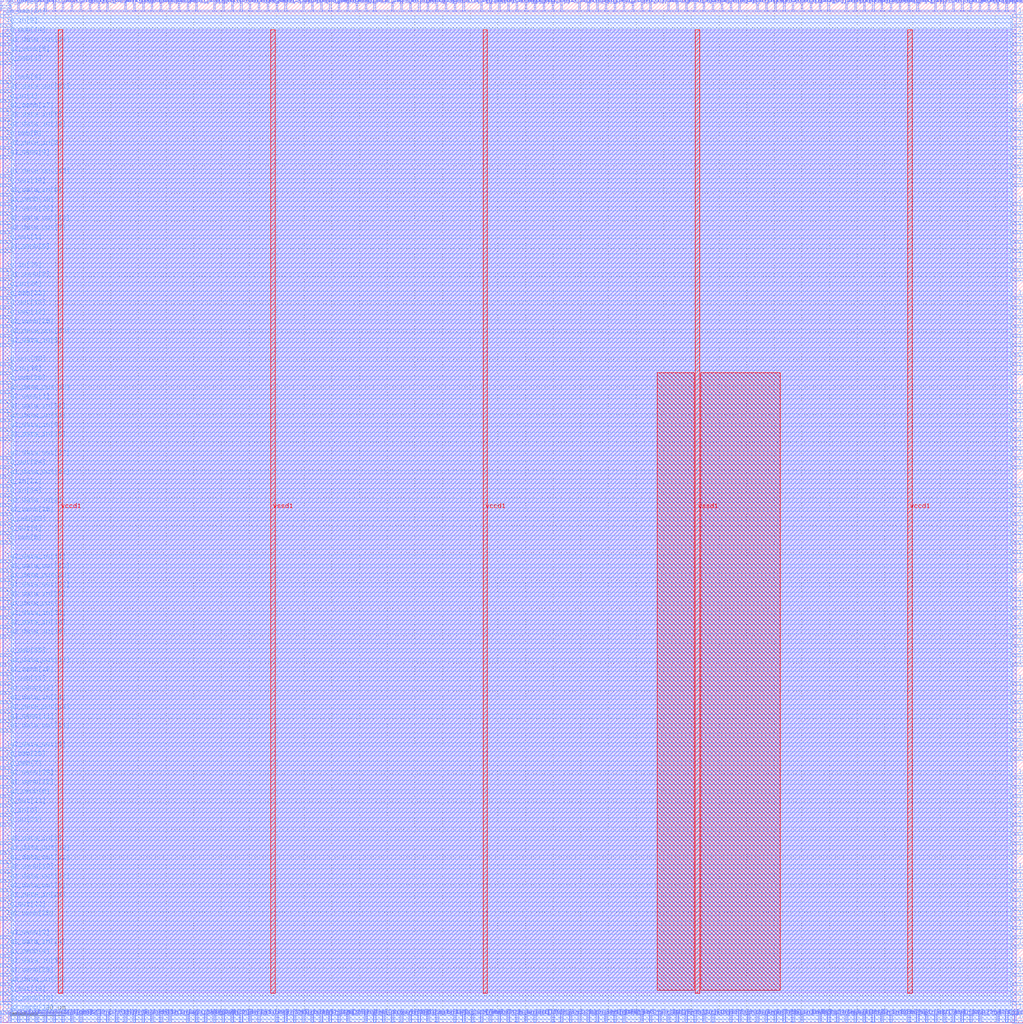
<source format=lef>
VERSION 5.7 ;
  NOWIREEXTENSIONATPIN ON ;
  DIVIDERCHAR "/" ;
  BUSBITCHARS "[]" ;
MACRO wrapped_instrumented_adder_kogge
  CLASS BLOCK ;
  FOREIGN wrapped_instrumented_adder_kogge ;
  ORIGIN 0.000 0.000 ;
  SIZE 370.000 BY 370.000 ;
  PIN active
    DIRECTION INPUT ;
    USE SIGNAL ;
    PORT
      LAYER met3 ;
        RECT 366.000 98.340 370.000 99.540 ;
    END
  END active
  PIN io_in[0]
    DIRECTION INPUT ;
    USE SIGNAL ;
    PORT
      LAYER met3 ;
        RECT 0.000 74.540 4.000 75.740 ;
    END
  END io_in[0]
  PIN io_in[10]
    DIRECTION INPUT ;
    USE SIGNAL ;
    PORT
      LAYER met2 ;
        RECT 363.810 0.000 364.370 4.000 ;
    END
  END io_in[10]
  PIN io_in[11]
    DIRECTION INPUT ;
    USE SIGNAL ;
    PORT
      LAYER met3 ;
        RECT 366.000 292.140 370.000 293.340 ;
    END
  END io_in[11]
  PIN io_in[12]
    DIRECTION INPUT ;
    USE SIGNAL ;
    PORT
      LAYER met3 ;
        RECT 366.000 343.140 370.000 344.340 ;
    END
  END io_in[12]
  PIN io_in[13]
    DIRECTION INPUT ;
    USE SIGNAL ;
    PORT
      LAYER met2 ;
        RECT 235.010 0.000 235.570 4.000 ;
    END
  END io_in[13]
  PIN io_in[14]
    DIRECTION INPUT ;
    USE SIGNAL ;
    PORT
      LAYER met2 ;
        RECT 251.110 0.000 251.670 4.000 ;
    END
  END io_in[14]
  PIN io_in[15]
    DIRECTION INPUT ;
    USE SIGNAL ;
    PORT
      LAYER met2 ;
        RECT 35.370 0.000 35.930 4.000 ;
    END
  END io_in[15]
  PIN io_in[16]
    DIRECTION INPUT ;
    USE SIGNAL ;
    PORT
      LAYER met3 ;
        RECT 366.000 193.540 370.000 194.740 ;
    END
  END io_in[16]
  PIN io_in[17]
    DIRECTION INPUT ;
    USE SIGNAL ;
    PORT
      LAYER met3 ;
        RECT 366.000 329.540 370.000 330.740 ;
    END
  END io_in[17]
  PIN io_in[18]
    DIRECTION INPUT ;
    USE SIGNAL ;
    PORT
      LAYER met2 ;
        RECT 41.810 0.000 42.370 4.000 ;
    END
  END io_in[18]
  PIN io_in[19]
    DIRECTION INPUT ;
    USE SIGNAL ;
    PORT
      LAYER met2 ;
        RECT 141.630 0.000 142.190 4.000 ;
    END
  END io_in[19]
  PIN io_in[1]
    DIRECTION INPUT ;
    USE SIGNAL ;
    PORT
      LAYER met3 ;
        RECT 0.000 332.940 4.000 334.140 ;
    END
  END io_in[1]
  PIN io_in[20]
    DIRECTION INPUT ;
    USE SIGNAL ;
    PORT
      LAYER met2 ;
        RECT 193.150 366.000 193.710 370.000 ;
    END
  END io_in[20]
  PIN io_in[21]
    DIRECTION INPUT ;
    USE SIGNAL ;
    PORT
      LAYER met3 ;
        RECT 0.000 193.540 4.000 194.740 ;
    END
  END io_in[21]
  PIN io_in[22]
    DIRECTION INPUT ;
    USE SIGNAL ;
    PORT
      LAYER met2 ;
        RECT 209.250 366.000 209.810 370.000 ;
    END
  END io_in[22]
  PIN io_in[23]
    DIRECTION INPUT ;
    USE SIGNAL ;
    PORT
      LAYER met2 ;
        RECT 286.530 366.000 287.090 370.000 ;
    END
  END io_in[23]
  PIN io_in[24]
    DIRECTION INPUT ;
    USE SIGNAL ;
    PORT
      LAYER met3 ;
        RECT 0.000 264.940 4.000 266.140 ;
    END
  END io_in[24]
  PIN io_in[25]
    DIRECTION INPUT ;
    USE SIGNAL ;
    PORT
      LAYER met2 ;
        RECT 328.390 366.000 328.950 370.000 ;
    END
  END io_in[25]
  PIN io_in[26]
    DIRECTION INPUT ;
    USE SIGNAL ;
    PORT
      LAYER met3 ;
        RECT 0.000 366.940 4.000 368.140 ;
    END
  END io_in[26]
  PIN io_in[27]
    DIRECTION INPUT ;
    USE SIGNAL ;
    PORT
      LAYER met2 ;
        RECT 254.330 0.000 254.890 4.000 ;
    END
  END io_in[27]
  PIN io_in[28]
    DIRECTION INPUT ;
    USE SIGNAL ;
    PORT
      LAYER met3 ;
        RECT 366.000 360.140 370.000 361.340 ;
    END
  END io_in[28]
  PIN io_in[29]
    DIRECTION INPUT ;
    USE SIGNAL ;
    PORT
      LAYER met3 ;
        RECT 366.000 251.340 370.000 252.540 ;
    END
  END io_in[29]
  PIN io_in[2]
    DIRECTION INPUT ;
    USE SIGNAL ;
    PORT
      LAYER met2 ;
        RECT 238.230 0.000 238.790 4.000 ;
    END
  END io_in[2]
  PIN io_in[30]
    DIRECTION INPUT ;
    USE SIGNAL ;
    PORT
      LAYER met3 ;
        RECT 0.000 271.740 4.000 272.940 ;
    END
  END io_in[30]
  PIN io_in[31]
    DIRECTION INPUT ;
    USE SIGNAL ;
    PORT
      LAYER met3 ;
        RECT 0.000 71.140 4.000 72.340 ;
    END
  END io_in[31]
  PIN io_in[32]
    DIRECTION INPUT ;
    USE SIGNAL ;
    PORT
      LAYER met2 ;
        RECT 119.090 0.000 119.650 4.000 ;
    END
  END io_in[32]
  PIN io_in[33]
    DIRECTION INPUT ;
    USE SIGNAL ;
    PORT
      LAYER met2 ;
        RECT 215.690 366.000 216.250 370.000 ;
    END
  END io_in[33]
  PIN io_in[34]
    DIRECTION INPUT ;
    USE SIGNAL ;
    PORT
      LAYER met3 ;
        RECT 0.000 190.140 4.000 191.340 ;
    END
  END io_in[34]
  PIN io_in[35]
    DIRECTION INPUT ;
    USE SIGNAL ;
    PORT
      LAYER met3 ;
        RECT 366.000 132.340 370.000 133.540 ;
    END
  END io_in[35]
  PIN io_in[36]
    DIRECTION INPUT ;
    USE SIGNAL ;
    PORT
      LAYER met3 ;
        RECT 0.000 234.340 4.000 235.540 ;
    END
  END io_in[36]
  PIN io_in[37]
    DIRECTION INPUT ;
    USE SIGNAL ;
    PORT
      LAYER met2 ;
        RECT 292.970 366.000 293.530 370.000 ;
    END
  END io_in[37]
  PIN io_in[3]
    DIRECTION INPUT ;
    USE SIGNAL ;
    PORT
      LAYER met2 ;
        RECT 189.930 0.000 190.490 4.000 ;
    END
  END io_in[3]
  PIN io_in[4]
    DIRECTION INPUT ;
    USE SIGNAL ;
    PORT
      LAYER met2 ;
        RECT 70.790 366.000 71.350 370.000 ;
    END
  END io_in[4]
  PIN io_in[5]
    DIRECTION INPUT ;
    USE SIGNAL ;
    PORT
      LAYER met2 ;
        RECT 225.350 366.000 225.910 370.000 ;
    END
  END io_in[5]
  PIN io_in[6]
    DIRECTION INPUT ;
    USE SIGNAL ;
    PORT
      LAYER met2 ;
        RECT 228.570 366.000 229.130 370.000 ;
    END
  END io_in[6]
  PIN io_in[7]
    DIRECTION INPUT ;
    USE SIGNAL ;
    PORT
      LAYER met2 ;
        RECT 25.710 366.000 26.270 370.000 ;
    END
  END io_in[7]
  PIN io_in[8]
    DIRECTION INPUT ;
    USE SIGNAL ;
    PORT
      LAYER met3 ;
        RECT 366.000 40.540 370.000 41.740 ;
    END
  END io_in[8]
  PIN io_in[9]
    DIRECTION INPUT ;
    USE SIGNAL ;
    PORT
      LAYER met3 ;
        RECT 0.000 360.140 4.000 361.340 ;
    END
  END io_in[9]
  PIN io_oeb[0]
    DIRECTION INOUT ;
    USE SIGNAL ;
    PORT
      LAYER met2 ;
        RECT 328.390 0.000 328.950 4.000 ;
    END
  END io_oeb[0]
  PIN io_oeb[10]
    DIRECTION INOUT ;
    USE SIGNAL ;
    PORT
      LAYER met3 ;
        RECT 366.000 81.340 370.000 82.540 ;
    END
  END io_oeb[10]
  PIN io_oeb[11]
    DIRECTION INOUT ;
    USE SIGNAL ;
    PORT
      LAYER met3 ;
        RECT 0.000 122.140 4.000 123.340 ;
    END
  END io_oeb[11]
  PIN io_oeb[12]
    DIRECTION INOUT ;
    USE SIGNAL ;
    PORT
      LAYER met3 ;
        RECT 366.000 254.740 370.000 255.940 ;
    END
  END io_oeb[12]
  PIN io_oeb[13]
    DIRECTION INOUT ;
    USE SIGNAL ;
    PORT
      LAYER met2 ;
        RECT 244.670 366.000 245.230 370.000 ;
    END
  END io_oeb[13]
  PIN io_oeb[14]
    DIRECTION INOUT ;
    USE SIGNAL ;
    PORT
      LAYER met3 ;
        RECT 0.000 356.740 4.000 357.940 ;
    END
  END io_oeb[14]
  PIN io_oeb[15]
    DIRECTION INOUT ;
    USE SIGNAL ;
    PORT
      LAYER met2 ;
        RECT 119.090 366.000 119.650 370.000 ;
    END
  END io_oeb[15]
  PIN io_oeb[16]
    DIRECTION INOUT ;
    USE SIGNAL ;
    PORT
      LAYER met2 ;
        RECT 289.750 0.000 290.310 4.000 ;
    END
  END io_oeb[16]
  PIN io_oeb[17]
    DIRECTION INOUT ;
    USE SIGNAL ;
    PORT
      LAYER met3 ;
        RECT 366.000 302.340 370.000 303.540 ;
    END
  END io_oeb[17]
  PIN io_oeb[18]
    DIRECTION INOUT ;
    USE SIGNAL ;
    PORT
      LAYER met2 ;
        RECT 51.470 366.000 52.030 370.000 ;
    END
  END io_oeb[18]
  PIN io_oeb[19]
    DIRECTION INOUT ;
    USE SIGNAL ;
    PORT
      LAYER met3 ;
        RECT 0.000 254.740 4.000 255.940 ;
    END
  END io_oeb[19]
  PIN io_oeb[1]
    DIRECTION INOUT ;
    USE SIGNAL ;
    PORT
      LAYER met3 ;
        RECT 0.000 346.540 4.000 347.740 ;
    END
  END io_oeb[1]
  PIN io_oeb[20]
    DIRECTION INOUT ;
    USE SIGNAL ;
    PORT
      LAYER met3 ;
        RECT 366.000 47.340 370.000 48.540 ;
    END
  END io_oeb[20]
  PIN io_oeb[21]
    DIRECTION INOUT ;
    USE SIGNAL ;
    PORT
      LAYER met2 ;
        RECT 173.830 0.000 174.390 4.000 ;
    END
  END io_oeb[21]
  PIN io_oeb[22]
    DIRECTION INOUT ;
    USE SIGNAL ;
    PORT
      LAYER met2 ;
        RECT 3.170 366.000 3.730 370.000 ;
    END
  END io_oeb[22]
  PIN io_oeb[23]
    DIRECTION INOUT ;
    USE SIGNAL ;
    PORT
      LAYER met3 ;
        RECT 366.000 9.940 370.000 11.140 ;
    END
  END io_oeb[23]
  PIN io_oeb[24]
    DIRECTION INOUT ;
    USE SIGNAL ;
    PORT
      LAYER met3 ;
        RECT 0.000 363.540 4.000 364.740 ;
    END
  END io_oeb[24]
  PIN io_oeb[25]
    DIRECTION INOUT ;
    USE SIGNAL ;
    PORT
      LAYER met3 ;
        RECT 0.000 94.940 4.000 96.140 ;
    END
  END io_oeb[25]
  PIN io_oeb[26]
    DIRECTION INOUT ;
    USE SIGNAL ;
    PORT
      LAYER met3 ;
        RECT 0.000 230.940 4.000 232.140 ;
    END
  END io_oeb[26]
  PIN io_oeb[27]
    DIRECTION INOUT ;
    USE SIGNAL ;
    PORT
      LAYER met3 ;
        RECT 366.000 135.740 370.000 136.940 ;
    END
  END io_oeb[27]
  PIN io_oeb[28]
    DIRECTION INOUT ;
    USE SIGNAL ;
    PORT
      LAYER met3 ;
        RECT 0.000 179.940 4.000 181.140 ;
    END
  END io_oeb[28]
  PIN io_oeb[29]
    DIRECTION INOUT ;
    USE SIGNAL ;
    PORT
      LAYER met2 ;
        RECT 222.130 0.000 222.690 4.000 ;
    END
  END io_oeb[29]
  PIN io_oeb[2]
    DIRECTION INOUT ;
    USE SIGNAL ;
    PORT
      LAYER met2 ;
        RECT 321.950 366.000 322.510 370.000 ;
    END
  END io_oeb[2]
  PIN io_oeb[30]
    DIRECTION INOUT ;
    USE SIGNAL ;
    PORT
      LAYER met3 ;
        RECT 366.000 142.540 370.000 143.740 ;
    END
  END io_oeb[30]
  PIN io_oeb[31]
    DIRECTION INOUT ;
    USE SIGNAL ;
    PORT
      LAYER met2 ;
        RECT 341.270 0.000 341.830 4.000 ;
    END
  END io_oeb[31]
  PIN io_oeb[32]
    DIRECTION INOUT ;
    USE SIGNAL ;
    PORT
      LAYER met2 ;
        RECT 218.910 366.000 219.470 370.000 ;
    END
  END io_oeb[32]
  PIN io_oeb[33]
    DIRECTION INOUT ;
    USE SIGNAL ;
    PORT
      LAYER met3 ;
        RECT 0.000 261.540 4.000 262.740 ;
    END
  END io_oeb[33]
  PIN io_oeb[34]
    DIRECTION INOUT ;
    USE SIGNAL ;
    PORT
      LAYER met2 ;
        RECT 212.470 366.000 213.030 370.000 ;
    END
  END io_oeb[34]
  PIN io_oeb[35]
    DIRECTION INOUT ;
    USE SIGNAL ;
    PORT
      LAYER met3 ;
        RECT 0.000 132.340 4.000 133.540 ;
    END
  END io_oeb[35]
  PIN io_oeb[36]
    DIRECTION INOUT ;
    USE SIGNAL ;
    PORT
      LAYER met3 ;
        RECT 366.000 336.340 370.000 337.540 ;
    END
  END io_oeb[36]
  PIN io_oeb[37]
    DIRECTION INOUT ;
    USE SIGNAL ;
    PORT
      LAYER met2 ;
        RECT 64.350 366.000 64.910 370.000 ;
    END
  END io_oeb[37]
  PIN io_oeb[3]
    DIRECTION INOUT ;
    USE SIGNAL ;
    PORT
      LAYER met3 ;
        RECT 366.000 -0.260 370.000 0.940 ;
    END
  END io_oeb[3]
  PIN io_oeb[4]
    DIRECTION INOUT ;
    USE SIGNAL ;
    PORT
      LAYER met3 ;
        RECT 0.000 339.740 4.000 340.940 ;
    END
  END io_oeb[4]
  PIN io_oeb[5]
    DIRECTION INOUT ;
    USE SIGNAL ;
    PORT
      LAYER met3 ;
        RECT 0.000 319.340 4.000 320.540 ;
    END
  END io_oeb[5]
  PIN io_oeb[6]
    DIRECTION INOUT ;
    USE SIGNAL ;
    PORT
      LAYER met3 ;
        RECT 0.000 173.140 4.000 174.340 ;
    END
  END io_oeb[6]
  PIN io_oeb[7]
    DIRECTION INOUT ;
    USE SIGNAL ;
    PORT
      LAYER met3 ;
        RECT 0.000 91.540 4.000 92.740 ;
    END
  END io_oeb[7]
  PIN io_oeb[8]
    DIRECTION INOUT ;
    USE SIGNAL ;
    PORT
      LAYER met2 ;
        RECT 151.290 366.000 151.850 370.000 ;
    END
  END io_oeb[8]
  PIN io_oeb[9]
    DIRECTION INOUT ;
    USE SIGNAL ;
    PORT
      LAYER met2 ;
        RECT 302.630 0.000 303.190 4.000 ;
    END
  END io_oeb[9]
  PIN io_out[0]
    DIRECTION INOUT ;
    USE SIGNAL ;
    PORT
      LAYER met2 ;
        RECT 360.590 366.000 361.150 370.000 ;
    END
  END io_out[0]
  PIN io_out[10]
    DIRECTION INOUT ;
    USE SIGNAL ;
    PORT
      LAYER met3 ;
        RECT 366.000 258.140 370.000 259.340 ;
    END
  END io_out[10]
  PIN io_out[11]
    DIRECTION INOUT ;
    USE SIGNAL ;
    PORT
      LAYER met2 ;
        RECT 12.830 366.000 13.390 370.000 ;
    END
  END io_out[11]
  PIN io_out[12]
    DIRECTION INOUT ;
    USE SIGNAL ;
    PORT
      LAYER met2 ;
        RECT 235.010 366.000 235.570 370.000 ;
    END
  END io_out[12]
  PIN io_out[13]
    DIRECTION INOUT ;
    USE SIGNAL ;
    PORT
      LAYER met3 ;
        RECT 0.000 258.140 4.000 259.340 ;
    END
  END io_out[13]
  PIN io_out[14]
    DIRECTION INOUT ;
    USE SIGNAL ;
    PORT
      LAYER met3 ;
        RECT 0.000 302.340 4.000 303.540 ;
    END
  END io_out[14]
  PIN io_out[15]
    DIRECTION INOUT ;
    USE SIGNAL ;
    PORT
      LAYER met3 ;
        RECT 366.000 353.340 370.000 354.540 ;
    END
  END io_out[15]
  PIN io_out[16]
    DIRECTION INOUT ;
    USE SIGNAL ;
    PORT
      LAYER met2 ;
        RECT 54.690 366.000 55.250 370.000 ;
    END
  END io_out[16]
  PIN io_out[17]
    DIRECTION INOUT ;
    USE SIGNAL ;
    PORT
      LAYER met2 ;
        RECT 189.930 366.000 190.490 370.000 ;
    END
  END io_out[17]
  PIN io_out[18]
    DIRECTION INOUT ;
    USE SIGNAL ;
    PORT
      LAYER met3 ;
        RECT 0.000 9.940 4.000 11.140 ;
    END
  END io_out[18]
  PIN io_out[19]
    DIRECTION INOUT ;
    USE SIGNAL ;
    PORT
      LAYER met2 ;
        RECT 70.790 0.000 71.350 4.000 ;
    END
  END io_out[19]
  PIN io_out[1]
    DIRECTION INOUT ;
    USE SIGNAL ;
    PORT
      LAYER met3 ;
        RECT 0.000 281.940 4.000 283.140 ;
    END
  END io_out[1]
  PIN io_out[20]
    DIRECTION INOUT ;
    USE SIGNAL ;
    PORT
      LAYER met3 ;
        RECT 366.000 186.740 370.000 187.940 ;
    END
  END io_out[20]
  PIN io_out[21]
    DIRECTION INOUT ;
    USE SIGNAL ;
    PORT
      LAYER met3 ;
        RECT 0.000 77.940 4.000 79.140 ;
    END
  END io_out[21]
  PIN io_out[22]
    DIRECTION INOUT ;
    USE SIGNAL ;
    PORT
      LAYER met3 ;
        RECT 0.000 40.540 4.000 41.740 ;
    END
  END io_out[22]
  PIN io_out[23]
    DIRECTION INOUT ;
    USE SIGNAL ;
    PORT
      LAYER met3 ;
        RECT 366.000 16.740 370.000 17.940 ;
    END
  END io_out[23]
  PIN io_out[24]
    DIRECTION INOUT ;
    USE SIGNAL ;
    PORT
      LAYER met3 ;
        RECT 0.000 200.340 4.000 201.540 ;
    END
  END io_out[24]
  PIN io_out[25]
    DIRECTION INOUT ;
    USE SIGNAL ;
    PORT
      LAYER met2 ;
        RECT 347.710 0.000 348.270 4.000 ;
    END
  END io_out[25]
  PIN io_out[26]
    DIRECTION INOUT ;
    USE SIGNAL ;
    PORT
      LAYER met3 ;
        RECT 366.000 322.740 370.000 323.940 ;
    END
  END io_out[26]
  PIN io_out[27]
    DIRECTION INOUT ;
    USE SIGNAL ;
    PORT
      LAYER met3 ;
        RECT 366.000 108.540 370.000 109.740 ;
    END
  END io_out[27]
  PIN io_out[28]
    DIRECTION INOUT ;
    USE SIGNAL ;
    PORT
      LAYER met2 ;
        RECT 167.390 0.000 167.950 4.000 ;
    END
  END io_out[28]
  PIN io_out[29]
    DIRECTION INOUT ;
    USE SIGNAL ;
    PORT
      LAYER met2 ;
        RECT 19.270 366.000 19.830 370.000 ;
    END
  END io_out[29]
  PIN io_out[2]
    DIRECTION INOUT ;
    USE SIGNAL ;
    PORT
      LAYER met2 ;
        RECT 186.710 366.000 187.270 370.000 ;
    END
  END io_out[2]
  PIN io_out[30]
    DIRECTION INOUT ;
    USE SIGNAL ;
    PORT
      LAYER met3 ;
        RECT 366.000 268.340 370.000 269.540 ;
    END
  END io_out[30]
  PIN io_out[31]
    DIRECTION INOUT ;
    USE SIGNAL ;
    PORT
      LAYER met2 ;
        RECT 273.650 366.000 274.210 370.000 ;
    END
  END io_out[31]
  PIN io_out[32]
    DIRECTION INOUT ;
    USE SIGNAL ;
    PORT
      LAYER met3 ;
        RECT 0.000 237.740 4.000 238.940 ;
    END
  END io_out[32]
  PIN io_out[33]
    DIRECTION INOUT ;
    USE SIGNAL ;
    PORT
      LAYER met2 ;
        RECT 334.830 0.000 335.390 4.000 ;
    END
  END io_out[33]
  PIN io_out[34]
    DIRECTION INOUT ;
    USE SIGNAL ;
    PORT
      LAYER met2 ;
        RECT 125.530 0.000 126.090 4.000 ;
    END
  END io_out[34]
  PIN io_out[35]
    DIRECTION INOUT ;
    USE SIGNAL ;
    PORT
      LAYER met2 ;
        RECT 96.550 366.000 97.110 370.000 ;
    END
  END io_out[35]
  PIN io_out[36]
    DIRECTION INOUT ;
    USE SIGNAL ;
    PORT
      LAYER met2 ;
        RECT 167.390 366.000 167.950 370.000 ;
    END
  END io_out[36]
  PIN io_out[37]
    DIRECTION INOUT ;
    USE SIGNAL ;
    PORT
      LAYER met2 ;
        RECT 350.930 366.000 351.490 370.000 ;
    END
  END io_out[37]
  PIN io_out[3]
    DIRECTION INOUT ;
    USE SIGNAL ;
    PORT
      LAYER met2 ;
        RECT 131.970 366.000 132.530 370.000 ;
    END
  END io_out[3]
  PIN io_out[4]
    DIRECTION INOUT ;
    USE SIGNAL ;
    PORT
      LAYER met2 ;
        RECT 6.390 366.000 6.950 370.000 ;
    END
  END io_out[4]
  PIN io_out[5]
    DIRECTION INOUT ;
    USE SIGNAL ;
    PORT
      LAYER met2 ;
        RECT 77.230 366.000 77.790 370.000 ;
    END
  END io_out[5]
  PIN io_out[6]
    DIRECTION INOUT ;
    USE SIGNAL ;
    PORT
      LAYER met3 ;
        RECT 0.000 176.540 4.000 177.740 ;
    END
  END io_out[6]
  PIN io_out[7]
    DIRECTION INOUT ;
    USE SIGNAL ;
    PORT
      LAYER met3 ;
        RECT 366.000 64.340 370.000 65.540 ;
    END
  END io_out[7]
  PIN io_out[8]
    DIRECTION INOUT ;
    USE SIGNAL ;
    PORT
      LAYER met2 ;
        RECT 28.930 366.000 29.490 370.000 ;
    END
  END io_out[8]
  PIN io_out[9]
    DIRECTION INOUT ;
    USE SIGNAL ;
    PORT
      LAYER met3 ;
        RECT 366.000 37.140 370.000 38.340 ;
    END
  END io_out[9]
  PIN la1_data_in[0]
    DIRECTION INPUT ;
    USE SIGNAL ;
    PORT
      LAYER met2 ;
        RECT 202.810 366.000 203.370 370.000 ;
    END
  END la1_data_in[0]
  PIN la1_data_in[10]
    DIRECTION INPUT ;
    USE SIGNAL ;
    PORT
      LAYER met2 ;
        RECT 16.050 366.000 16.610 370.000 ;
    END
  END la1_data_in[10]
  PIN la1_data_in[11]
    DIRECTION INPUT ;
    USE SIGNAL ;
    PORT
      LAYER met2 ;
        RECT 93.330 366.000 93.890 370.000 ;
    END
  END la1_data_in[11]
  PIN la1_data_in[12]
    DIRECTION INPUT ;
    USE SIGNAL ;
    PORT
      LAYER met3 ;
        RECT 366.000 60.940 370.000 62.140 ;
    END
  END la1_data_in[12]
  PIN la1_data_in[13]
    DIRECTION INPUT ;
    USE SIGNAL ;
    PORT
      LAYER met2 ;
        RECT 209.250 0.000 209.810 4.000 ;
    END
  END la1_data_in[13]
  PIN la1_data_in[14]
    DIRECTION INPUT ;
    USE SIGNAL ;
    PORT
      LAYER met2 ;
        RECT 299.410 0.000 299.970 4.000 ;
    END
  END la1_data_in[14]
  PIN la1_data_in[15]
    DIRECTION INPUT ;
    USE SIGNAL ;
    PORT
      LAYER met3 ;
        RECT 366.000 77.940 370.000 79.140 ;
    END
  END la1_data_in[15]
  PIN la1_data_in[16]
    DIRECTION INPUT ;
    USE SIGNAL ;
    PORT
      LAYER met2 ;
        RECT 106.210 0.000 106.770 4.000 ;
    END
  END la1_data_in[16]
  PIN la1_data_in[17]
    DIRECTION INPUT ;
    USE SIGNAL ;
    PORT
      LAYER met3 ;
        RECT 366.000 54.140 370.000 55.340 ;
    END
  END la1_data_in[17]
  PIN la1_data_in[18]
    DIRECTION INPUT ;
    USE SIGNAL ;
    PORT
      LAYER met3 ;
        RECT 366.000 139.140 370.000 140.340 ;
    END
  END la1_data_in[18]
  PIN la1_data_in[19]
    DIRECTION INPUT ;
    USE SIGNAL ;
    PORT
      LAYER met2 ;
        RECT 315.510 366.000 316.070 370.000 ;
    END
  END la1_data_in[19]
  PIN la1_data_in[1]
    DIRECTION INPUT ;
    USE SIGNAL ;
    PORT
      LAYER met2 ;
        RECT 331.610 366.000 332.170 370.000 ;
    END
  END la1_data_in[1]
  PIN la1_data_in[20]
    DIRECTION INPUT ;
    USE SIGNAL ;
    PORT
      LAYER met3 ;
        RECT 366.000 346.540 370.000 347.740 ;
    END
  END la1_data_in[20]
  PIN la1_data_in[21]
    DIRECTION INPUT ;
    USE SIGNAL ;
    PORT
      LAYER met3 ;
        RECT 366.000 309.140 370.000 310.340 ;
    END
  END la1_data_in[21]
  PIN la1_data_in[22]
    DIRECTION INPUT ;
    USE SIGNAL ;
    PORT
      LAYER met2 ;
        RECT 321.950 0.000 322.510 4.000 ;
    END
  END la1_data_in[22]
  PIN la1_data_in[23]
    DIRECTION INPUT ;
    USE SIGNAL ;
    PORT
      LAYER met2 ;
        RECT 251.110 366.000 251.670 370.000 ;
    END
  END la1_data_in[23]
  PIN la1_data_in[24]
    DIRECTION INPUT ;
    USE SIGNAL ;
    PORT
      LAYER met3 ;
        RECT 0.000 115.340 4.000 116.540 ;
    END
  END la1_data_in[24]
  PIN la1_data_in[25]
    DIRECTION INPUT ;
    USE SIGNAL ;
    PORT
      LAYER met2 ;
        RECT 280.090 366.000 280.650 370.000 ;
    END
  END la1_data_in[25]
  PIN la1_data_in[26]
    DIRECTION INPUT ;
    USE SIGNAL ;
    PORT
      LAYER met2 ;
        RECT 305.850 366.000 306.410 370.000 ;
    END
  END la1_data_in[26]
  PIN la1_data_in[27]
    DIRECTION INPUT ;
    USE SIGNAL ;
    PORT
      LAYER met2 ;
        RECT 357.370 366.000 357.930 370.000 ;
    END
  END la1_data_in[27]
  PIN la1_data_in[28]
    DIRECTION INPUT ;
    USE SIGNAL ;
    PORT
      LAYER met3 ;
        RECT 366.000 363.540 370.000 364.740 ;
    END
  END la1_data_in[28]
  PIN la1_data_in[29]
    DIRECTION INPUT ;
    USE SIGNAL ;
    PORT
      LAYER met2 ;
        RECT 115.870 0.000 116.430 4.000 ;
    END
  END la1_data_in[29]
  PIN la1_data_in[2]
    DIRECTION INPUT ;
    USE SIGNAL ;
    PORT
      LAYER met2 ;
        RECT 164.170 0.000 164.730 4.000 ;
    END
  END la1_data_in[2]
  PIN la1_data_in[30]
    DIRECTION INPUT ;
    USE SIGNAL ;
    PORT
      LAYER met3 ;
        RECT 366.000 247.940 370.000 249.140 ;
    END
  END la1_data_in[30]
  PIN la1_data_in[31]
    DIRECTION INPUT ;
    USE SIGNAL ;
    PORT
      LAYER met3 ;
        RECT 0.000 220.740 4.000 221.940 ;
    END
  END la1_data_in[31]
  PIN la1_data_in[3]
    DIRECTION INPUT ;
    USE SIGNAL ;
    PORT
      LAYER met3 ;
        RECT 0.000 20.140 4.000 21.340 ;
    END
  END la1_data_in[3]
  PIN la1_data_in[4]
    DIRECTION INPUT ;
    USE SIGNAL ;
    PORT
      LAYER met2 ;
        RECT 263.990 366.000 264.550 370.000 ;
    END
  END la1_data_in[4]
  PIN la1_data_in[5]
    DIRECTION INPUT ;
    USE SIGNAL ;
    PORT
      LAYER met2 ;
        RECT 244.670 0.000 245.230 4.000 ;
    END
  END la1_data_in[5]
  PIN la1_data_in[6]
    DIRECTION INPUT ;
    USE SIGNAL ;
    PORT
      LAYER met2 ;
        RECT 212.470 0.000 213.030 4.000 ;
    END
  END la1_data_in[6]
  PIN la1_data_in[7]
    DIRECTION INPUT ;
    USE SIGNAL ;
    PORT
      LAYER met2 ;
        RECT 67.570 366.000 68.130 370.000 ;
    END
  END la1_data_in[7]
  PIN la1_data_in[8]
    DIRECTION INPUT ;
    USE SIGNAL ;
    PORT
      LAYER met2 ;
        RECT 263.990 0.000 264.550 4.000 ;
    END
  END la1_data_in[8]
  PIN la1_data_in[9]
    DIRECTION INPUT ;
    USE SIGNAL ;
    PORT
      LAYER met2 ;
        RECT 83.670 0.000 84.230 4.000 ;
    END
  END la1_data_in[9]
  PIN la1_data_out[0]
    DIRECTION INOUT ;
    USE SIGNAL ;
    PORT
      LAYER met2 ;
        RECT 164.170 366.000 164.730 370.000 ;
    END
  END la1_data_out[0]
  PIN la1_data_out[10]
    DIRECTION INOUT ;
    USE SIGNAL ;
    PORT
      LAYER met2 ;
        RECT 157.730 0.000 158.290 4.000 ;
    END
  END la1_data_out[10]
  PIN la1_data_out[11]
    DIRECTION INOUT ;
    USE SIGNAL ;
    PORT
      LAYER met3 ;
        RECT 0.000 57.540 4.000 58.740 ;
    END
  END la1_data_out[11]
  PIN la1_data_out[12]
    DIRECTION INOUT ;
    USE SIGNAL ;
    PORT
      LAYER met3 ;
        RECT 366.000 224.140 370.000 225.340 ;
    END
  END la1_data_out[12]
  PIN la1_data_out[13]
    DIRECTION INOUT ;
    USE SIGNAL ;
    PORT
      LAYER met3 ;
        RECT 366.000 74.540 370.000 75.740 ;
    END
  END la1_data_out[13]
  PIN la1_data_out[14]
    DIRECTION INOUT ;
    USE SIGNAL ;
    PORT
      LAYER met3 ;
        RECT 0.000 105.140 4.000 106.340 ;
    END
  END la1_data_out[14]
  PIN la1_data_out[15]
    DIRECTION INOUT ;
    USE SIGNAL ;
    PORT
      LAYER met2 ;
        RECT 231.790 0.000 232.350 4.000 ;
    END
  END la1_data_out[15]
  PIN la1_data_out[16]
    DIRECTION INOUT ;
    USE SIGNAL ;
    PORT
      LAYER met3 ;
        RECT 0.000 305.740 4.000 306.940 ;
    END
  END la1_data_out[16]
  PIN la1_data_out[17]
    DIRECTION INOUT ;
    USE SIGNAL ;
    PORT
      LAYER met2 ;
        RECT 122.310 0.000 122.870 4.000 ;
    END
  END la1_data_out[17]
  PIN la1_data_out[18]
    DIRECTION INOUT ;
    USE SIGNAL ;
    PORT
      LAYER met2 ;
        RECT 148.070 0.000 148.630 4.000 ;
    END
  END la1_data_out[18]
  PIN la1_data_out[19]
    DIRECTION INOUT ;
    USE SIGNAL ;
    PORT
      LAYER met2 ;
        RECT 57.910 0.000 58.470 4.000 ;
    END
  END la1_data_out[19]
  PIN la1_data_out[1]
    DIRECTION INOUT ;
    USE SIGNAL ;
    PORT
      LAYER met3 ;
        RECT 366.000 149.340 370.000 150.540 ;
    END
  END la1_data_out[1]
  PIN la1_data_out[20]
    DIRECTION INOUT ;
    USE SIGNAL ;
    PORT
      LAYER met3 ;
        RECT 0.000 159.540 4.000 160.740 ;
    END
  END la1_data_out[20]
  PIN la1_data_out[21]
    DIRECTION INOUT ;
    USE SIGNAL ;
    PORT
      LAYER met3 ;
        RECT 0.000 336.340 4.000 337.540 ;
    END
  END la1_data_out[21]
  PIN la1_data_out[22]
    DIRECTION INOUT ;
    USE SIGNAL ;
    PORT
      LAYER met3 ;
        RECT 0.000 156.140 4.000 157.340 ;
    END
  END la1_data_out[22]
  PIN la1_data_out[23]
    DIRECTION INOUT ;
    USE SIGNAL ;
    PORT
      LAYER met2 ;
        RECT 102.990 366.000 103.550 370.000 ;
    END
  END la1_data_out[23]
  PIN la1_data_out[24]
    DIRECTION INOUT ;
    USE SIGNAL ;
    PORT
      LAYER met3 ;
        RECT 0.000 353.340 4.000 354.540 ;
    END
  END la1_data_out[24]
  PIN la1_data_out[25]
    DIRECTION INOUT ;
    USE SIGNAL ;
    PORT
      LAYER met3 ;
        RECT 366.000 295.540 370.000 296.740 ;
    END
  END la1_data_out[25]
  PIN la1_data_out[26]
    DIRECTION INOUT ;
    USE SIGNAL ;
    PORT
      LAYER met2 ;
        RECT 344.490 366.000 345.050 370.000 ;
    END
  END la1_data_out[26]
  PIN la1_data_out[27]
    DIRECTION INOUT ;
    USE SIGNAL ;
    PORT
      LAYER met3 ;
        RECT 366.000 162.940 370.000 164.140 ;
    END
  END la1_data_out[27]
  PIN la1_data_out[28]
    DIRECTION INOUT ;
    USE SIGNAL ;
    PORT
      LAYER met2 ;
        RECT 222.130 366.000 222.690 370.000 ;
    END
  END la1_data_out[28]
  PIN la1_data_out[29]
    DIRECTION INOUT ;
    USE SIGNAL ;
    PORT
      LAYER met3 ;
        RECT 0.000 196.940 4.000 198.140 ;
    END
  END la1_data_out[29]
  PIN la1_data_out[2]
    DIRECTION INOUT ;
    USE SIGNAL ;
    PORT
      LAYER met2 ;
        RECT 109.430 0.000 109.990 4.000 ;
    END
  END la1_data_out[2]
  PIN la1_data_out[30]
    DIRECTION INOUT ;
    USE SIGNAL ;
    PORT
      LAYER met2 ;
        RECT 131.970 0.000 132.530 4.000 ;
    END
  END la1_data_out[30]
  PIN la1_data_out[31]
    DIRECTION INOUT ;
    USE SIGNAL ;
    PORT
      LAYER met3 ;
        RECT 366.000 128.940 370.000 130.140 ;
    END
  END la1_data_out[31]
  PIN la1_data_out[3]
    DIRECTION INOUT ;
    USE SIGNAL ;
    PORT
      LAYER met3 ;
        RECT 0.000 149.340 4.000 150.540 ;
    END
  END la1_data_out[3]
  PIN la1_data_out[4]
    DIRECTION INOUT ;
    USE SIGNAL ;
    PORT
      LAYER met2 ;
        RECT 90.110 366.000 90.670 370.000 ;
    END
  END la1_data_out[4]
  PIN la1_data_out[5]
    DIRECTION INOUT ;
    USE SIGNAL ;
    PORT
      LAYER met2 ;
        RECT 199.590 366.000 200.150 370.000 ;
    END
  END la1_data_out[5]
  PIN la1_data_out[6]
    DIRECTION INOUT ;
    USE SIGNAL ;
    PORT
      LAYER met3 ;
        RECT 366.000 278.540 370.000 279.740 ;
    END
  END la1_data_out[6]
  PIN la1_data_out[7]
    DIRECTION INOUT ;
    USE SIGNAL ;
    PORT
      LAYER met2 ;
        RECT 157.730 366.000 158.290 370.000 ;
    END
  END la1_data_out[7]
  PIN la1_data_out[8]
    DIRECTION INOUT ;
    USE SIGNAL ;
    PORT
      LAYER met3 ;
        RECT 366.000 319.340 370.000 320.540 ;
    END
  END la1_data_out[8]
  PIN la1_data_out[9]
    DIRECTION INOUT ;
    USE SIGNAL ;
    PORT
      LAYER met3 ;
        RECT 366.000 26.940 370.000 28.140 ;
    END
  END la1_data_out[9]
  PIN la1_oenb[0]
    DIRECTION INPUT ;
    USE SIGNAL ;
    PORT
      LAYER met2 ;
        RECT 309.070 366.000 309.630 370.000 ;
    END
  END la1_oenb[0]
  PIN la1_oenb[10]
    DIRECTION INPUT ;
    USE SIGNAL ;
    PORT
      LAYER met3 ;
        RECT 0.000 6.540 4.000 7.740 ;
    END
  END la1_oenb[10]
  PIN la1_oenb[11]
    DIRECTION INPUT ;
    USE SIGNAL ;
    PORT
      LAYER met2 ;
        RECT 102.990 0.000 103.550 4.000 ;
    END
  END la1_oenb[11]
  PIN la1_oenb[12]
    DIRECTION INPUT ;
    USE SIGNAL ;
    PORT
      LAYER met3 ;
        RECT 0.000 84.740 4.000 85.940 ;
    END
  END la1_oenb[12]
  PIN la1_oenb[13]
    DIRECTION INPUT ;
    USE SIGNAL ;
    PORT
      LAYER met2 ;
        RECT 186.710 0.000 187.270 4.000 ;
    END
  END la1_oenb[13]
  PIN la1_oenb[14]
    DIRECTION INPUT ;
    USE SIGNAL ;
    PORT
      LAYER met2 ;
        RECT 83.670 366.000 84.230 370.000 ;
    END
  END la1_oenb[14]
  PIN la1_oenb[15]
    DIRECTION INPUT ;
    USE SIGNAL ;
    PORT
      LAYER met2 ;
        RECT 48.250 0.000 48.810 4.000 ;
    END
  END la1_oenb[15]
  PIN la1_oenb[16]
    DIRECTION INPUT ;
    USE SIGNAL ;
    PORT
      LAYER met2 ;
        RECT 35.370 366.000 35.930 370.000 ;
    END
  END la1_oenb[16]
  PIN la1_oenb[17]
    DIRECTION INPUT ;
    USE SIGNAL ;
    PORT
      LAYER met2 ;
        RECT 151.290 0.000 151.850 4.000 ;
    END
  END la1_oenb[17]
  PIN la1_oenb[18]
    DIRECTION INPUT ;
    USE SIGNAL ;
    PORT
      LAYER met2 ;
        RECT 45.030 366.000 45.590 370.000 ;
    END
  END la1_oenb[18]
  PIN la1_oenb[19]
    DIRECTION INPUT ;
    USE SIGNAL ;
    PORT
      LAYER met3 ;
        RECT 0.000 295.540 4.000 296.740 ;
    END
  END la1_oenb[19]
  PIN la1_oenb[1]
    DIRECTION INPUT ;
    USE SIGNAL ;
    PORT
      LAYER met2 ;
        RECT 144.850 366.000 145.410 370.000 ;
    END
  END la1_oenb[1]
  PIN la1_oenb[20]
    DIRECTION INPUT ;
    USE SIGNAL ;
    PORT
      LAYER met3 ;
        RECT 0.000 292.140 4.000 293.340 ;
    END
  END la1_oenb[20]
  PIN la1_oenb[21]
    DIRECTION INPUT ;
    USE SIGNAL ;
    PORT
      LAYER met3 ;
        RECT 366.000 43.940 370.000 45.140 ;
    END
  END la1_oenb[21]
  PIN la1_oenb[22]
    DIRECTION INPUT ;
    USE SIGNAL ;
    PORT
      LAYER met2 ;
        RECT 170.610 0.000 171.170 4.000 ;
    END
  END la1_oenb[22]
  PIN la1_oenb[23]
    DIRECTION INPUT ;
    USE SIGNAL ;
    PORT
      LAYER met2 ;
        RECT 93.330 0.000 93.890 4.000 ;
    END
  END la1_oenb[23]
  PIN la1_oenb[24]
    DIRECTION INPUT ;
    USE SIGNAL ;
    PORT
      LAYER met3 ;
        RECT 366.000 275.140 370.000 276.340 ;
    END
  END la1_oenb[24]
  PIN la1_oenb[25]
    DIRECTION INPUT ;
    USE SIGNAL ;
    PORT
      LAYER met3 ;
        RECT 366.000 122.140 370.000 123.340 ;
    END
  END la1_oenb[25]
  PIN la1_oenb[26]
    DIRECTION INPUT ;
    USE SIGNAL ;
    PORT
      LAYER met2 ;
        RECT 354.150 0.000 354.710 4.000 ;
    END
  END la1_oenb[26]
  PIN la1_oenb[27]
    DIRECTION INPUT ;
    USE SIGNAL ;
    PORT
      LAYER met2 ;
        RECT 148.070 366.000 148.630 370.000 ;
    END
  END la1_oenb[27]
  PIN la1_oenb[28]
    DIRECTION INPUT ;
    USE SIGNAL ;
    PORT
      LAYER met2 ;
        RECT 276.870 366.000 277.430 370.000 ;
    END
  END la1_oenb[28]
  PIN la1_oenb[29]
    DIRECTION INPUT ;
    USE SIGNAL ;
    PORT
      LAYER met3 ;
        RECT 0.000 16.740 4.000 17.940 ;
    END
  END la1_oenb[29]
  PIN la1_oenb[2]
    DIRECTION INPUT ;
    USE SIGNAL ;
    PORT
      LAYER met3 ;
        RECT 0.000 268.340 4.000 269.540 ;
    END
  END la1_oenb[2]
  PIN la1_oenb[30]
    DIRECTION INPUT ;
    USE SIGNAL ;
    PORT
      LAYER met2 ;
        RECT 183.490 366.000 184.050 370.000 ;
    END
  END la1_oenb[30]
  PIN la1_oenb[31]
    DIRECTION INPUT ;
    USE SIGNAL ;
    PORT
      LAYER met2 ;
        RECT 19.270 0.000 19.830 4.000 ;
    END
  END la1_oenb[31]
  PIN la1_oenb[3]
    DIRECTION INPUT ;
    USE SIGNAL ;
    PORT
      LAYER met2 ;
        RECT 144.850 0.000 145.410 4.000 ;
    END
  END la1_oenb[3]
  PIN la1_oenb[4]
    DIRECTION INPUT ;
    USE SIGNAL ;
    PORT
      LAYER met3 ;
        RECT 0.000 23.540 4.000 24.740 ;
    END
  END la1_oenb[4]
  PIN la1_oenb[5]
    DIRECTION INPUT ;
    USE SIGNAL ;
    PORT
      LAYER met2 ;
        RECT 318.730 0.000 319.290 4.000 ;
    END
  END la1_oenb[5]
  PIN la1_oenb[6]
    DIRECTION INPUT ;
    USE SIGNAL ;
    PORT
      LAYER met3 ;
        RECT 0.000 278.540 4.000 279.740 ;
    END
  END la1_oenb[6]
  PIN la1_oenb[7]
    DIRECTION INPUT ;
    USE SIGNAL ;
    PORT
      LAYER met2 ;
        RECT 80.450 0.000 81.010 4.000 ;
    END
  END la1_oenb[7]
  PIN la1_oenb[8]
    DIRECTION INPUT ;
    USE SIGNAL ;
    PORT
      LAYER met2 ;
        RECT 315.510 0.000 316.070 4.000 ;
    END
  END la1_oenb[8]
  PIN la1_oenb[9]
    DIRECTION INPUT ;
    USE SIGNAL ;
    PORT
      LAYER met3 ;
        RECT 366.000 169.740 370.000 170.940 ;
    END
  END la1_oenb[9]
  PIN la2_data_in[0]
    DIRECTION INPUT ;
    USE SIGNAL ;
    PORT
      LAYER met2 ;
        RECT 80.450 366.000 81.010 370.000 ;
    END
  END la2_data_in[0]
  PIN la2_data_in[10]
    DIRECTION INPUT ;
    USE SIGNAL ;
    PORT
      LAYER met3 ;
        RECT 0.000 142.540 4.000 143.740 ;
    END
  END la2_data_in[10]
  PIN la2_data_in[11]
    DIRECTION INPUT ;
    USE SIGNAL ;
    PORT
      LAYER met3 ;
        RECT 0.000 166.340 4.000 167.540 ;
    END
  END la2_data_in[11]
  PIN la2_data_in[12]
    DIRECTION INPUT ;
    USE SIGNAL ;
    PORT
      LAYER met3 ;
        RECT 0.000 322.740 4.000 323.940 ;
    END
  END la2_data_in[12]
  PIN la2_data_in[13]
    DIRECTION INPUT ;
    USE SIGNAL ;
    PORT
      LAYER met2 ;
        RECT 112.650 366.000 113.210 370.000 ;
    END
  END la2_data_in[13]
  PIN la2_data_in[14]
    DIRECTION INPUT ;
    USE SIGNAL ;
    PORT
      LAYER met2 ;
        RECT 177.050 366.000 177.610 370.000 ;
    END
  END la2_data_in[14]
  PIN la2_data_in[15]
    DIRECTION INPUT ;
    USE SIGNAL ;
    PORT
      LAYER met3 ;
        RECT 366.000 67.740 370.000 68.940 ;
    END
  END la2_data_in[15]
  PIN la2_data_in[16]
    DIRECTION INPUT ;
    USE SIGNAL ;
    PORT
      LAYER met2 ;
        RECT 299.410 366.000 299.970 370.000 ;
    END
  END la2_data_in[16]
  PIN la2_data_in[17]
    DIRECTION INPUT ;
    USE SIGNAL ;
    PORT
      LAYER met3 ;
        RECT 366.000 237.740 370.000 238.940 ;
    END
  END la2_data_in[17]
  PIN la2_data_in[18]
    DIRECTION INPUT ;
    USE SIGNAL ;
    PORT
      LAYER met3 ;
        RECT 366.000 312.540 370.000 313.740 ;
    END
  END la2_data_in[18]
  PIN la2_data_in[19]
    DIRECTION INPUT ;
    USE SIGNAL ;
    PORT
      LAYER met3 ;
        RECT 0.000 139.140 4.000 140.340 ;
    END
  END la2_data_in[19]
  PIN la2_data_in[1]
    DIRECTION INPUT ;
    USE SIGNAL ;
    PORT
      LAYER met2 ;
        RECT 128.750 366.000 129.310 370.000 ;
    END
  END la2_data_in[1]
  PIN la2_data_in[20]
    DIRECTION INPUT ;
    USE SIGNAL ;
    PORT
      LAYER met2 ;
        RECT 90.110 0.000 90.670 4.000 ;
    END
  END la2_data_in[20]
  PIN la2_data_in[21]
    DIRECTION INPUT ;
    USE SIGNAL ;
    PORT
      LAYER met2 ;
        RECT 305.850 0.000 306.410 4.000 ;
    END
  END la2_data_in[21]
  PIN la2_data_in[22]
    DIRECTION INPUT ;
    USE SIGNAL ;
    PORT
      LAYER met3 ;
        RECT 0.000 145.940 4.000 147.140 ;
    END
  END la2_data_in[22]
  PIN la2_data_in[23]
    DIRECTION INPUT ;
    USE SIGNAL ;
    PORT
      LAYER met3 ;
        RECT 366.000 84.740 370.000 85.940 ;
    END
  END la2_data_in[23]
  PIN la2_data_in[24]
    DIRECTION INPUT ;
    USE SIGNAL ;
    PORT
      LAYER met2 ;
        RECT 367.030 366.000 367.590 370.000 ;
    END
  END la2_data_in[24]
  PIN la2_data_in[25]
    DIRECTION INPUT ;
    USE SIGNAL ;
    PORT
      LAYER met2 ;
        RECT 218.910 0.000 219.470 4.000 ;
    END
  END la2_data_in[25]
  PIN la2_data_in[26]
    DIRECTION INPUT ;
    USE SIGNAL ;
    PORT
      LAYER met3 ;
        RECT 366.000 156.140 370.000 157.340 ;
    END
  END la2_data_in[26]
  PIN la2_data_in[27]
    DIRECTION INPUT ;
    USE SIGNAL ;
    PORT
      LAYER met3 ;
        RECT 366.000 118.740 370.000 119.940 ;
    END
  END la2_data_in[27]
  PIN la2_data_in[28]
    DIRECTION INPUT ;
    USE SIGNAL ;
    PORT
      LAYER met3 ;
        RECT 366.000 244.540 370.000 245.740 ;
    END
  END la2_data_in[28]
  PIN la2_data_in[29]
    DIRECTION INPUT ;
    USE SIGNAL ;
    PORT
      LAYER met3 ;
        RECT 366.000 190.140 370.000 191.340 ;
    END
  END la2_data_in[29]
  PIN la2_data_in[2]
    DIRECTION INPUT ;
    USE SIGNAL ;
    PORT
      LAYER met2 ;
        RECT 160.950 366.000 161.510 370.000 ;
    END
  END la2_data_in[2]
  PIN la2_data_in[30]
    DIRECTION INPUT ;
    USE SIGNAL ;
    PORT
      LAYER met3 ;
        RECT 366.000 200.340 370.000 201.540 ;
    END
  END la2_data_in[30]
  PIN la2_data_in[31]
    DIRECTION INPUT ;
    USE SIGNAL ;
    PORT
      LAYER met3 ;
        RECT 0.000 13.340 4.000 14.540 ;
    END
  END la2_data_in[31]
  PIN la2_data_in[3]
    DIRECTION INPUT ;
    USE SIGNAL ;
    PORT
      LAYER met2 ;
        RECT 309.070 0.000 309.630 4.000 ;
    END
  END la2_data_in[3]
  PIN la2_data_in[4]
    DIRECTION INPUT ;
    USE SIGNAL ;
    PORT
      LAYER met2 ;
        RECT 51.470 0.000 52.030 4.000 ;
    END
  END la2_data_in[4]
  PIN la2_data_in[5]
    DIRECTION INPUT ;
    USE SIGNAL ;
    PORT
      LAYER met3 ;
        RECT 0.000 244.540 4.000 245.740 ;
    END
  END la2_data_in[5]
  PIN la2_data_in[6]
    DIRECTION INPUT ;
    USE SIGNAL ;
    PORT
      LAYER met2 ;
        RECT 280.090 0.000 280.650 4.000 ;
    END
  END la2_data_in[6]
  PIN la2_data_in[7]
    DIRECTION INPUT ;
    USE SIGNAL ;
    PORT
      LAYER met3 ;
        RECT 366.000 13.340 370.000 14.540 ;
    END
  END la2_data_in[7]
  PIN la2_data_in[8]
    DIRECTION INPUT ;
    USE SIGNAL ;
    PORT
      LAYER met2 ;
        RECT 61.130 366.000 61.690 370.000 ;
    END
  END la2_data_in[8]
  PIN la2_data_in[9]
    DIRECTION INPUT ;
    USE SIGNAL ;
    PORT
      LAYER met3 ;
        RECT 0.000 213.940 4.000 215.140 ;
    END
  END la2_data_in[9]
  PIN la2_data_out[0]
    DIRECTION INOUT ;
    USE SIGNAL ;
    PORT
      LAYER met2 ;
        RECT 173.830 366.000 174.390 370.000 ;
    END
  END la2_data_out[0]
  PIN la2_data_out[10]
    DIRECTION INOUT ;
    USE SIGNAL ;
    PORT
      LAYER met3 ;
        RECT 0.000 288.740 4.000 289.940 ;
    END
  END la2_data_out[10]
  PIN la2_data_out[11]
    DIRECTION INOUT ;
    USE SIGNAL ;
    PORT
      LAYER met2 ;
        RECT 99.770 0.000 100.330 4.000 ;
    END
  END la2_data_out[11]
  PIN la2_data_out[12]
    DIRECTION INOUT ;
    USE SIGNAL ;
    PORT
      LAYER met3 ;
        RECT 366.000 210.540 370.000 211.740 ;
    END
  END la2_data_out[12]
  PIN la2_data_out[13]
    DIRECTION INOUT ;
    USE SIGNAL ;
    PORT
      LAYER met2 ;
        RECT 312.290 0.000 312.850 4.000 ;
    END
  END la2_data_out[13]
  PIN la2_data_out[14]
    DIRECTION INOUT ;
    USE SIGNAL ;
    PORT
      LAYER met3 ;
        RECT 0.000 111.940 4.000 113.140 ;
    END
  END la2_data_out[14]
  PIN la2_data_out[15]
    DIRECTION INOUT ;
    USE SIGNAL ;
    PORT
      LAYER met2 ;
        RECT 61.130 0.000 61.690 4.000 ;
    END
  END la2_data_out[15]
  PIN la2_data_out[16]
    DIRECTION INOUT ;
    USE SIGNAL ;
    PORT
      LAYER met3 ;
        RECT 366.000 179.940 370.000 181.140 ;
    END
  END la2_data_out[16]
  PIN la2_data_out[17]
    DIRECTION INOUT ;
    USE SIGNAL ;
    PORT
      LAYER met3 ;
        RECT 0.000 128.940 4.000 130.140 ;
    END
  END la2_data_out[17]
  PIN la2_data_out[18]
    DIRECTION INOUT ;
    USE SIGNAL ;
    PORT
      LAYER met3 ;
        RECT 366.000 356.740 370.000 357.940 ;
    END
  END la2_data_out[18]
  PIN la2_data_out[19]
    DIRECTION INOUT ;
    USE SIGNAL ;
    PORT
      LAYER met3 ;
        RECT 366.000 305.740 370.000 306.940 ;
    END
  END la2_data_out[19]
  PIN la2_data_out[1]
    DIRECTION INOUT ;
    USE SIGNAL ;
    PORT
      LAYER met3 ;
        RECT 366.000 288.740 370.000 289.940 ;
    END
  END la2_data_out[1]
  PIN la2_data_out[20]
    DIRECTION INOUT ;
    USE SIGNAL ;
    PORT
      LAYER met3 ;
        RECT 366.000 285.340 370.000 286.540 ;
    END
  END la2_data_out[20]
  PIN la2_data_out[21]
    DIRECTION INOUT ;
    USE SIGNAL ;
    PORT
      LAYER met2 ;
        RECT 180.270 0.000 180.830 4.000 ;
    END
  END la2_data_out[21]
  PIN la2_data_out[22]
    DIRECTION INOUT ;
    USE SIGNAL ;
    PORT
      LAYER met2 ;
        RECT 341.270 366.000 341.830 370.000 ;
    END
  END la2_data_out[22]
  PIN la2_data_out[23]
    DIRECTION INOUT ;
    USE SIGNAL ;
    PORT
      LAYER met2 ;
        RECT 9.610 0.000 10.170 4.000 ;
    END
  END la2_data_out[23]
  PIN la2_data_out[24]
    DIRECTION INOUT ;
    USE SIGNAL ;
    PORT
      LAYER met2 ;
        RECT 3.170 0.000 3.730 4.000 ;
    END
  END la2_data_out[24]
  PIN la2_data_out[25]
    DIRECTION INOUT ;
    USE SIGNAL ;
    PORT
      LAYER met2 ;
        RECT 22.490 366.000 23.050 370.000 ;
    END
  END la2_data_out[25]
  PIN la2_data_out[26]
    DIRECTION INOUT ;
    USE SIGNAL ;
    PORT
      LAYER met2 ;
        RECT 183.490 0.000 184.050 4.000 ;
    END
  END la2_data_out[26]
  PIN la2_data_out[27]
    DIRECTION INOUT ;
    USE SIGNAL ;
    PORT
      LAYER met2 ;
        RECT 367.030 0.000 367.590 4.000 ;
    END
  END la2_data_out[27]
  PIN la2_data_out[28]
    DIRECTION INOUT ;
    USE SIGNAL ;
    PORT
      LAYER met2 ;
        RECT 363.810 366.000 364.370 370.000 ;
    END
  END la2_data_out[28]
  PIN la2_data_out[29]
    DIRECTION INOUT ;
    USE SIGNAL ;
    PORT
      LAYER met3 ;
        RECT 366.000 30.340 370.000 31.540 ;
    END
  END la2_data_out[29]
  PIN la2_data_out[2]
    DIRECTION INOUT ;
    USE SIGNAL ;
    PORT
      LAYER met2 ;
        RECT 154.510 366.000 155.070 370.000 ;
    END
  END la2_data_out[2]
  PIN la2_data_out[30]
    DIRECTION INOUT ;
    USE SIGNAL ;
    PORT
      LAYER met3 ;
        RECT 0.000 247.940 4.000 249.140 ;
    END
  END la2_data_out[30]
  PIN la2_data_out[31]
    DIRECTION INOUT ;
    USE SIGNAL ;
    PORT
      LAYER met2 ;
        RECT 67.570 0.000 68.130 4.000 ;
    END
  END la2_data_out[31]
  PIN la2_data_out[3]
    DIRECTION INOUT ;
    USE SIGNAL ;
    PORT
      LAYER met2 ;
        RECT 154.510 0.000 155.070 4.000 ;
    END
  END la2_data_out[3]
  PIN la2_data_out[4]
    DIRECTION INOUT ;
    USE SIGNAL ;
    PORT
      LAYER met2 ;
        RECT 318.730 366.000 319.290 370.000 ;
    END
  END la2_data_out[4]
  PIN la2_data_out[5]
    DIRECTION INOUT ;
    USE SIGNAL ;
    PORT
      LAYER met3 ;
        RECT 0.000 98.340 4.000 99.540 ;
    END
  END la2_data_out[5]
  PIN la2_data_out[6]
    DIRECTION INOUT ;
    USE SIGNAL ;
    PORT
      LAYER met2 ;
        RECT 135.190 0.000 135.750 4.000 ;
    END
  END la2_data_out[6]
  PIN la2_data_out[7]
    DIRECTION INOUT ;
    USE SIGNAL ;
    PORT
      LAYER met3 ;
        RECT 0.000 285.340 4.000 286.540 ;
    END
  END la2_data_out[7]
  PIN la2_data_out[8]
    DIRECTION INOUT ;
    USE SIGNAL ;
    PORT
      LAYER met3 ;
        RECT 366.000 166.340 370.000 167.540 ;
    END
  END la2_data_out[8]
  PIN la2_data_out[9]
    DIRECTION INOUT ;
    USE SIGNAL ;
    PORT
      LAYER met3 ;
        RECT 366.000 234.340 370.000 235.540 ;
    END
  END la2_data_out[9]
  PIN la2_oenb[0]
    DIRECTION INPUT ;
    USE SIGNAL ;
    PORT
      LAYER met2 ;
        RECT 273.650 0.000 274.210 4.000 ;
    END
  END la2_oenb[0]
  PIN la2_oenb[10]
    DIRECTION INPUT ;
    USE SIGNAL ;
    PORT
      LAYER met3 ;
        RECT 0.000 54.140 4.000 55.340 ;
    END
  END la2_oenb[10]
  PIN la2_oenb[11]
    DIRECTION INPUT ;
    USE SIGNAL ;
    PORT
      LAYER met2 ;
        RECT 350.930 0.000 351.490 4.000 ;
    END
  END la2_oenb[11]
  PIN la2_oenb[12]
    DIRECTION INPUT ;
    USE SIGNAL ;
    PORT
      LAYER met3 ;
        RECT 366.000 220.740 370.000 221.940 ;
    END
  END la2_oenb[12]
  PIN la2_oenb[13]
    DIRECTION INPUT ;
    USE SIGNAL ;
    PORT
      LAYER met2 ;
        RECT 260.770 366.000 261.330 370.000 ;
    END
  END la2_oenb[13]
  PIN la2_oenb[14]
    DIRECTION INPUT ;
    USE SIGNAL ;
    PORT
      LAYER met3 ;
        RECT 0.000 3.140 4.000 4.340 ;
    END
  END la2_oenb[14]
  PIN la2_oenb[15]
    DIRECTION INPUT ;
    USE SIGNAL ;
    PORT
      LAYER met2 ;
        RECT 270.430 0.000 270.990 4.000 ;
    END
  END la2_oenb[15]
  PIN la2_oenb[16]
    DIRECTION INPUT ;
    USE SIGNAL ;
    PORT
      LAYER met2 ;
        RECT 338.050 366.000 338.610 370.000 ;
    END
  END la2_oenb[16]
  PIN la2_oenb[17]
    DIRECTION INPUT ;
    USE SIGNAL ;
    PORT
      LAYER met3 ;
        RECT 366.000 20.140 370.000 21.340 ;
    END
  END la2_oenb[17]
  PIN la2_oenb[18]
    DIRECTION INPUT ;
    USE SIGNAL ;
    PORT
      LAYER met2 ;
        RECT 231.790 366.000 232.350 370.000 ;
    END
  END la2_oenb[18]
  PIN la2_oenb[19]
    DIRECTION INPUT ;
    USE SIGNAL ;
    PORT
      LAYER met2 ;
        RECT 331.610 0.000 332.170 4.000 ;
    END
  END la2_oenb[19]
  PIN la2_oenb[1]
    DIRECTION INPUT ;
    USE SIGNAL ;
    PORT
      LAYER met3 ;
        RECT 0.000 224.140 4.000 225.340 ;
    END
  END la2_oenb[1]
  PIN la2_oenb[20]
    DIRECTION INPUT ;
    USE SIGNAL ;
    PORT
      LAYER met2 ;
        RECT 45.030 0.000 45.590 4.000 ;
    END
  END la2_oenb[20]
  PIN la2_oenb[21]
    DIRECTION INPUT ;
    USE SIGNAL ;
    PORT
      LAYER met3 ;
        RECT 366.000 173.140 370.000 174.340 ;
    END
  END la2_oenb[21]
  PIN la2_oenb[22]
    DIRECTION INPUT ;
    USE SIGNAL ;
    PORT
      LAYER met2 ;
        RECT -0.050 366.000 0.510 370.000 ;
    END
  END la2_oenb[22]
  PIN la2_oenb[23]
    DIRECTION INPUT ;
    USE SIGNAL ;
    PORT
      LAYER met3 ;
        RECT 366.000 227.540 370.000 228.740 ;
    END
  END la2_oenb[23]
  PIN la2_oenb[24]
    DIRECTION INPUT ;
    USE SIGNAL ;
    PORT
      LAYER met2 ;
        RECT 86.890 0.000 87.450 4.000 ;
    END
  END la2_oenb[24]
  PIN la2_oenb[25]
    DIRECTION INPUT ;
    USE SIGNAL ;
    PORT
      LAYER met2 ;
        RECT 338.050 0.000 338.610 4.000 ;
    END
  END la2_oenb[25]
  PIN la2_oenb[26]
    DIRECTION INPUT ;
    USE SIGNAL ;
    PORT
      LAYER met2 ;
        RECT 122.310 366.000 122.870 370.000 ;
    END
  END la2_oenb[26]
  PIN la2_oenb[27]
    DIRECTION INPUT ;
    USE SIGNAL ;
    PORT
      LAYER met2 ;
        RECT 325.170 366.000 325.730 370.000 ;
    END
  END la2_oenb[27]
  PIN la2_oenb[28]
    DIRECTION INPUT ;
    USE SIGNAL ;
    PORT
      LAYER met3 ;
        RECT 0.000 37.140 4.000 38.340 ;
    END
  END la2_oenb[28]
  PIN la2_oenb[29]
    DIRECTION INPUT ;
    USE SIGNAL ;
    PORT
      LAYER met3 ;
        RECT 0.000 88.140 4.000 89.340 ;
    END
  END la2_oenb[29]
  PIN la2_oenb[2]
    DIRECTION INPUT ;
    USE SIGNAL ;
    PORT
      LAYER met2 ;
        RECT 141.630 366.000 142.190 370.000 ;
    END
  END la2_oenb[2]
  PIN la2_oenb[30]
    DIRECTION INPUT ;
    USE SIGNAL ;
    PORT
      LAYER met3 ;
        RECT 366.000 50.740 370.000 51.940 ;
    END
  END la2_oenb[30]
  PIN la2_oenb[31]
    DIRECTION INPUT ;
    USE SIGNAL ;
    PORT
      LAYER met2 ;
        RECT 86.890 366.000 87.450 370.000 ;
    END
  END la2_oenb[31]
  PIN la2_oenb[3]
    DIRECTION INPUT ;
    USE SIGNAL ;
    PORT
      LAYER met3 ;
        RECT 366.000 115.340 370.000 116.540 ;
    END
  END la2_oenb[3]
  PIN la2_oenb[4]
    DIRECTION INPUT ;
    USE SIGNAL ;
    PORT
      LAYER met2 ;
        RECT 254.330 366.000 254.890 370.000 ;
    END
  END la2_oenb[4]
  PIN la2_oenb[5]
    DIRECTION INPUT ;
    USE SIGNAL ;
    PORT
      LAYER met2 ;
        RECT 180.270 366.000 180.830 370.000 ;
    END
  END la2_oenb[5]
  PIN la2_oenb[6]
    DIRECTION INPUT ;
    USE SIGNAL ;
    PORT
      LAYER met2 ;
        RECT 38.590 366.000 39.150 370.000 ;
    END
  END la2_oenb[6]
  PIN la2_oenb[7]
    DIRECTION INPUT ;
    USE SIGNAL ;
    PORT
      LAYER met2 ;
        RECT 28.930 0.000 29.490 4.000 ;
    END
  END la2_oenb[7]
  PIN la2_oenb[8]
    DIRECTION INPUT ;
    USE SIGNAL ;
    PORT
      LAYER met2 ;
        RECT 199.590 0.000 200.150 4.000 ;
    END
  END la2_oenb[8]
  PIN la2_oenb[9]
    DIRECTION INPUT ;
    USE SIGNAL ;
    PORT
      LAYER met3 ;
        RECT 366.000 261.540 370.000 262.740 ;
    END
  END la2_oenb[9]
  PIN la3_data_in[0]
    DIRECTION INPUT ;
    USE SIGNAL ;
    PORT
      LAYER met3 ;
        RECT 366.000 241.140 370.000 242.340 ;
    END
  END la3_data_in[0]
  PIN la3_data_in[10]
    DIRECTION INPUT ;
    USE SIGNAL ;
    PORT
      LAYER met2 ;
        RECT 225.350 0.000 225.910 4.000 ;
    END
  END la3_data_in[10]
  PIN la3_data_in[11]
    DIRECTION INPUT ;
    USE SIGNAL ;
    PORT
      LAYER met3 ;
        RECT 0.000 217.340 4.000 218.540 ;
    END
  END la3_data_in[11]
  PIN la3_data_in[12]
    DIRECTION INPUT ;
    USE SIGNAL ;
    PORT
      LAYER met3 ;
        RECT 366.000 105.140 370.000 106.340 ;
    END
  END la3_data_in[12]
  PIN la3_data_in[13]
    DIRECTION INPUT ;
    USE SIGNAL ;
    PORT
      LAYER met2 ;
        RECT 344.490 0.000 345.050 4.000 ;
    END
  END la3_data_in[13]
  PIN la3_data_in[14]
    DIRECTION INPUT ;
    USE SIGNAL ;
    PORT
      LAYER met3 ;
        RECT 0.000 26.940 4.000 28.140 ;
    END
  END la3_data_in[14]
  PIN la3_data_in[15]
    DIRECTION INPUT ;
    USE SIGNAL ;
    PORT
      LAYER met3 ;
        RECT 0.000 210.540 4.000 211.740 ;
    END
  END la3_data_in[15]
  PIN la3_data_in[16]
    DIRECTION INPUT ;
    USE SIGNAL ;
    PORT
      LAYER met2 ;
        RECT 202.810 0.000 203.370 4.000 ;
    END
  END la3_data_in[16]
  PIN la3_data_in[17]
    DIRECTION INPUT ;
    USE SIGNAL ;
    PORT
      LAYER met2 ;
        RECT 286.530 0.000 287.090 4.000 ;
    END
  END la3_data_in[17]
  PIN la3_data_in[18]
    DIRECTION INPUT ;
    USE SIGNAL ;
    PORT
      LAYER met3 ;
        RECT 366.000 71.140 370.000 72.340 ;
    END
  END la3_data_in[18]
  PIN la3_data_in[19]
    DIRECTION INPUT ;
    USE SIGNAL ;
    PORT
      LAYER met2 ;
        RECT 57.910 366.000 58.470 370.000 ;
    END
  END la3_data_in[19]
  PIN la3_data_in[1]
    DIRECTION INPUT ;
    USE SIGNAL ;
    PORT
      LAYER met3 ;
        RECT 0.000 64.340 4.000 65.540 ;
    END
  END la3_data_in[1]
  PIN la3_data_in[20]
    DIRECTION INPUT ;
    USE SIGNAL ;
    PORT
      LAYER met2 ;
        RECT 38.590 0.000 39.150 4.000 ;
    END
  END la3_data_in[20]
  PIN la3_data_in[21]
    DIRECTION INPUT ;
    USE SIGNAL ;
    PORT
      LAYER met2 ;
        RECT 135.190 366.000 135.750 370.000 ;
    END
  END la3_data_in[21]
  PIN la3_data_in[22]
    DIRECTION INPUT ;
    USE SIGNAL ;
    PORT
      LAYER met3 ;
        RECT 366.000 207.140 370.000 208.340 ;
    END
  END la3_data_in[22]
  PIN la3_data_in[23]
    DIRECTION INPUT ;
    USE SIGNAL ;
    PORT
      LAYER met3 ;
        RECT 366.000 349.940 370.000 351.140 ;
    END
  END la3_data_in[23]
  PIN la3_data_in[24]
    DIRECTION INPUT ;
    USE SIGNAL ;
    PORT
      LAYER met3 ;
        RECT 0.000 43.940 4.000 45.140 ;
    END
  END la3_data_in[24]
  PIN la3_data_in[25]
    DIRECTION INPUT ;
    USE SIGNAL ;
    PORT
      LAYER met3 ;
        RECT 0.000 152.740 4.000 153.940 ;
    END
  END la3_data_in[25]
  PIN la3_data_in[26]
    DIRECTION INPUT ;
    USE SIGNAL ;
    PORT
      LAYER met3 ;
        RECT 366.000 145.940 370.000 147.140 ;
    END
  END la3_data_in[26]
  PIN la3_data_in[27]
    DIRECTION INPUT ;
    USE SIGNAL ;
    PORT
      LAYER met2 ;
        RECT 276.870 0.000 277.430 4.000 ;
    END
  END la3_data_in[27]
  PIN la3_data_in[28]
    DIRECTION INPUT ;
    USE SIGNAL ;
    PORT
      LAYER met2 ;
        RECT 289.750 366.000 290.310 370.000 ;
    END
  END la3_data_in[28]
  PIN la3_data_in[29]
    DIRECTION INPUT ;
    USE SIGNAL ;
    PORT
      LAYER met2 ;
        RECT 267.210 0.000 267.770 4.000 ;
    END
  END la3_data_in[29]
  PIN la3_data_in[2]
    DIRECTION INPUT ;
    USE SIGNAL ;
    PORT
      LAYER met3 ;
        RECT 0.000 186.740 4.000 187.940 ;
    END
  END la3_data_in[2]
  PIN la3_data_in[30]
    DIRECTION INPUT ;
    USE SIGNAL ;
    PORT
      LAYER met2 ;
        RECT 16.050 0.000 16.610 4.000 ;
    END
  END la3_data_in[30]
  PIN la3_data_in[31]
    DIRECTION INPUT ;
    USE SIGNAL ;
    PORT
      LAYER met2 ;
        RECT 360.590 0.000 361.150 4.000 ;
    END
  END la3_data_in[31]
  PIN la3_data_in[3]
    DIRECTION INPUT ;
    USE SIGNAL ;
    PORT
      LAYER met3 ;
        RECT 366.000 88.140 370.000 89.340 ;
    END
  END la3_data_in[3]
  PIN la3_data_in[4]
    DIRECTION INPUT ;
    USE SIGNAL ;
    PORT
      LAYER met2 ;
        RECT 125.530 366.000 126.090 370.000 ;
    END
  END la3_data_in[4]
  PIN la3_data_in[5]
    DIRECTION INPUT ;
    USE SIGNAL ;
    PORT
      LAYER met3 ;
        RECT 366.000 315.940 370.000 317.140 ;
    END
  END la3_data_in[5]
  PIN la3_data_in[6]
    DIRECTION INPUT ;
    USE SIGNAL ;
    PORT
      LAYER met3 ;
        RECT 0.000 298.940 4.000 300.140 ;
    END
  END la3_data_in[6]
  PIN la3_data_in[7]
    DIRECTION INPUT ;
    USE SIGNAL ;
    PORT
      LAYER met3 ;
        RECT 0.000 326.140 4.000 327.340 ;
    END
  END la3_data_in[7]
  PIN la3_data_in[8]
    DIRECTION INPUT ;
    USE SIGNAL ;
    PORT
      LAYER met3 ;
        RECT 0.000 315.940 4.000 317.140 ;
    END
  END la3_data_in[8]
  PIN la3_data_in[9]
    DIRECTION INPUT ;
    USE SIGNAL ;
    PORT
      LAYER met2 ;
        RECT 12.830 0.000 13.390 4.000 ;
    END
  END la3_data_in[9]
  PIN la3_data_out[0]
    DIRECTION INOUT ;
    USE SIGNAL ;
    PORT
      LAYER met3 ;
        RECT 0.000 47.340 4.000 48.540 ;
    END
  END la3_data_out[0]
  PIN la3_data_out[10]
    DIRECTION INOUT ;
    USE SIGNAL ;
    PORT
      LAYER met3 ;
        RECT 366.000 183.340 370.000 184.540 ;
    END
  END la3_data_out[10]
  PIN la3_data_out[11]
    DIRECTION INOUT ;
    USE SIGNAL ;
    PORT
      LAYER met2 ;
        RECT 206.030 0.000 206.590 4.000 ;
    END
  END la3_data_out[11]
  PIN la3_data_out[12]
    DIRECTION INOUT ;
    USE SIGNAL ;
    PORT
      LAYER met3 ;
        RECT 0.000 60.940 4.000 62.140 ;
    END
  END la3_data_out[12]
  PIN la3_data_out[13]
    DIRECTION INOUT ;
    USE SIGNAL ;
    PORT
      LAYER met2 ;
        RECT 347.710 366.000 348.270 370.000 ;
    END
  END la3_data_out[13]
  PIN la3_data_out[14]
    DIRECTION INOUT ;
    USE SIGNAL ;
    PORT
      LAYER met2 ;
        RECT 32.150 366.000 32.710 370.000 ;
    END
  END la3_data_out[14]
  PIN la3_data_out[15]
    DIRECTION INOUT ;
    USE SIGNAL ;
    PORT
      LAYER met3 ;
        RECT 0.000 162.940 4.000 164.140 ;
    END
  END la3_data_out[15]
  PIN la3_data_out[16]
    DIRECTION INOUT ;
    USE SIGNAL ;
    PORT
      LAYER met3 ;
        RECT 366.000 213.940 370.000 215.140 ;
    END
  END la3_data_out[16]
  PIN la3_data_out[17]
    DIRECTION INOUT ;
    USE SIGNAL ;
    PORT
      LAYER met2 ;
        RECT 354.150 366.000 354.710 370.000 ;
    END
  END la3_data_out[17]
  PIN la3_data_out[18]
    DIRECTION INOUT ;
    USE SIGNAL ;
    PORT
      LAYER met3 ;
        RECT 0.000 227.540 4.000 228.740 ;
    END
  END la3_data_out[18]
  PIN la3_data_out[19]
    DIRECTION INOUT ;
    USE SIGNAL ;
    PORT
      LAYER met3 ;
        RECT 0.000 50.740 4.000 51.940 ;
    END
  END la3_data_out[19]
  PIN la3_data_out[1]
    DIRECTION INOUT ;
    USE SIGNAL ;
    PORT
      LAYER met3 ;
        RECT 366.000 111.940 370.000 113.140 ;
    END
  END la3_data_out[1]
  PIN la3_data_out[20]
    DIRECTION INOUT ;
    USE SIGNAL ;
    PORT
      LAYER met2 ;
        RECT 247.890 0.000 248.450 4.000 ;
    END
  END la3_data_out[20]
  PIN la3_data_out[21]
    DIRECTION INOUT ;
    USE SIGNAL ;
    PORT
      LAYER met2 ;
        RECT 312.290 366.000 312.850 370.000 ;
    END
  END la3_data_out[21]
  PIN la3_data_out[22]
    DIRECTION INOUT ;
    USE SIGNAL ;
    PORT
      LAYER met2 ;
        RECT 99.770 366.000 100.330 370.000 ;
    END
  END la3_data_out[22]
  PIN la3_data_out[23]
    DIRECTION INOUT ;
    USE SIGNAL ;
    PORT
      LAYER met2 ;
        RECT 112.650 0.000 113.210 4.000 ;
    END
  END la3_data_out[23]
  PIN la3_data_out[24]
    DIRECTION INOUT ;
    USE SIGNAL ;
    PORT
      LAYER met3 ;
        RECT 366.000 217.340 370.000 218.540 ;
    END
  END la3_data_out[24]
  PIN la3_data_out[25]
    DIRECTION INOUT ;
    USE SIGNAL ;
    PORT
      LAYER met2 ;
        RECT 296.190 0.000 296.750 4.000 ;
    END
  END la3_data_out[25]
  PIN la3_data_out[26]
    DIRECTION INOUT ;
    USE SIGNAL ;
    PORT
      LAYER met3 ;
        RECT 366.000 101.740 370.000 102.940 ;
    END
  END la3_data_out[26]
  PIN la3_data_out[27]
    DIRECTION INOUT ;
    USE SIGNAL ;
    PORT
      LAYER met3 ;
        RECT 0.000 203.740 4.000 204.940 ;
    END
  END la3_data_out[27]
  PIN la3_data_out[28]
    DIRECTION INOUT ;
    USE SIGNAL ;
    PORT
      LAYER met3 ;
        RECT 366.000 3.140 370.000 4.340 ;
    END
  END la3_data_out[28]
  PIN la3_data_out[29]
    DIRECTION INOUT ;
    USE SIGNAL ;
    PORT
      LAYER met2 ;
        RECT 54.690 0.000 55.250 4.000 ;
    END
  END la3_data_out[29]
  PIN la3_data_out[2]
    DIRECTION INOUT ;
    USE SIGNAL ;
    PORT
      LAYER met2 ;
        RECT 177.050 0.000 177.610 4.000 ;
    END
  END la3_data_out[2]
  PIN la3_data_out[30]
    DIRECTION INOUT ;
    USE SIGNAL ;
    PORT
      LAYER met3 ;
        RECT 366.000 152.740 370.000 153.940 ;
    END
  END la3_data_out[30]
  PIN la3_data_out[31]
    DIRECTION INOUT ;
    USE SIGNAL ;
    PORT
      LAYER met2 ;
        RECT 296.190 366.000 296.750 370.000 ;
    END
  END la3_data_out[31]
  PIN la3_data_out[3]
    DIRECTION INOUT ;
    USE SIGNAL ;
    PORT
      LAYER met3 ;
        RECT 366.000 326.140 370.000 327.340 ;
    END
  END la3_data_out[3]
  PIN la3_data_out[4]
    DIRECTION INOUT ;
    USE SIGNAL ;
    PORT
      LAYER met3 ;
        RECT 366.000 6.540 370.000 7.740 ;
    END
  END la3_data_out[4]
  PIN la3_data_out[5]
    DIRECTION INOUT ;
    USE SIGNAL ;
    PORT
      LAYER met2 ;
        RECT 25.710 0.000 26.270 4.000 ;
    END
  END la3_data_out[5]
  PIN la3_data_out[6]
    DIRECTION INOUT ;
    USE SIGNAL ;
    PORT
      LAYER met3 ;
        RECT 366.000 203.740 370.000 204.940 ;
    END
  END la3_data_out[6]
  PIN la3_data_out[7]
    DIRECTION INOUT ;
    USE SIGNAL ;
    PORT
      LAYER met2 ;
        RECT 6.390 0.000 6.950 4.000 ;
    END
  END la3_data_out[7]
  PIN la3_data_out[8]
    DIRECTION INOUT ;
    USE SIGNAL ;
    PORT
      LAYER met3 ;
        RECT 366.000 339.740 370.000 340.940 ;
    END
  END la3_data_out[8]
  PIN la3_data_out[9]
    DIRECTION INOUT ;
    USE SIGNAL ;
    PORT
      LAYER met2 ;
        RECT 283.310 366.000 283.870 370.000 ;
    END
  END la3_data_out[9]
  PIN la3_oenb[0]
    DIRECTION INPUT ;
    USE SIGNAL ;
    PORT
      LAYER met3 ;
        RECT 366.000 33.740 370.000 34.940 ;
    END
  END la3_oenb[0]
  PIN la3_oenb[10]
    DIRECTION INPUT ;
    USE SIGNAL ;
    PORT
      LAYER met2 ;
        RECT 267.210 366.000 267.770 370.000 ;
    END
  END la3_oenb[10]
  PIN la3_oenb[11]
    DIRECTION INPUT ;
    USE SIGNAL ;
    PORT
      LAYER met3 ;
        RECT 0.000 108.540 4.000 109.740 ;
    END
  END la3_oenb[11]
  PIN la3_oenb[12]
    DIRECTION INPUT ;
    USE SIGNAL ;
    PORT
      LAYER met3 ;
        RECT 0.000 118.740 4.000 119.940 ;
    END
  END la3_oenb[12]
  PIN la3_oenb[13]
    DIRECTION INPUT ;
    USE SIGNAL ;
    PORT
      LAYER met2 ;
        RECT 241.450 0.000 242.010 4.000 ;
    END
  END la3_oenb[13]
  PIN la3_oenb[14]
    DIRECTION INPUT ;
    USE SIGNAL ;
    PORT
      LAYER met2 ;
        RECT -0.050 0.000 0.510 4.000 ;
    END
  END la3_oenb[14]
  PIN la3_oenb[15]
    DIRECTION INPUT ;
    USE SIGNAL ;
    PORT
      LAYER met2 ;
        RECT 283.310 0.000 283.870 4.000 ;
    END
  END la3_oenb[15]
  PIN la3_oenb[16]
    DIRECTION INPUT ;
    USE SIGNAL ;
    PORT
      LAYER met3 ;
        RECT 0.000 183.340 4.000 184.540 ;
    END
  END la3_oenb[16]
  PIN la3_oenb[17]
    DIRECTION INPUT ;
    USE SIGNAL ;
    PORT
      LAYER met3 ;
        RECT 0.000 329.540 4.000 330.740 ;
    END
  END la3_oenb[17]
  PIN la3_oenb[18]
    DIRECTION INPUT ;
    USE SIGNAL ;
    PORT
      LAYER met2 ;
        RECT 109.430 366.000 109.990 370.000 ;
    END
  END la3_oenb[18]
  PIN la3_oenb[19]
    DIRECTION INPUT ;
    USE SIGNAL ;
    PORT
      LAYER met3 ;
        RECT 0.000 125.540 4.000 126.740 ;
    END
  END la3_oenb[19]
  PIN la3_oenb[1]
    DIRECTION INPUT ;
    USE SIGNAL ;
    PORT
      LAYER met2 ;
        RECT 74.010 0.000 74.570 4.000 ;
    END
  END la3_oenb[1]
  PIN la3_oenb[20]
    DIRECTION INPUT ;
    USE SIGNAL ;
    PORT
      LAYER met2 ;
        RECT 22.490 0.000 23.050 4.000 ;
    END
  END la3_oenb[20]
  PIN la3_oenb[21]
    DIRECTION INPUT ;
    USE SIGNAL ;
    PORT
      LAYER met2 ;
        RECT 196.370 366.000 196.930 370.000 ;
    END
  END la3_oenb[21]
  PIN la3_oenb[22]
    DIRECTION INPUT ;
    USE SIGNAL ;
    PORT
      LAYER met2 ;
        RECT 115.870 366.000 116.430 370.000 ;
    END
  END la3_oenb[22]
  PIN la3_oenb[23]
    DIRECTION INPUT ;
    USE SIGNAL ;
    PORT
      LAYER met2 ;
        RECT 193.150 0.000 193.710 4.000 ;
    END
  END la3_oenb[23]
  PIN la3_oenb[24]
    DIRECTION INPUT ;
    USE SIGNAL ;
    PORT
      LAYER met2 ;
        RECT 257.550 366.000 258.110 370.000 ;
    END
  END la3_oenb[24]
  PIN la3_oenb[25]
    DIRECTION INPUT ;
    USE SIGNAL ;
    PORT
      LAYER met3 ;
        RECT 366.000 94.940 370.000 96.140 ;
    END
  END la3_oenb[25]
  PIN la3_oenb[26]
    DIRECTION INPUT ;
    USE SIGNAL ;
    PORT
      LAYER met3 ;
        RECT 0.000 251.340 4.000 252.540 ;
    END
  END la3_oenb[26]
  PIN la3_oenb[27]
    DIRECTION INPUT ;
    USE SIGNAL ;
    PORT
      LAYER met3 ;
        RECT 366.000 281.940 370.000 283.140 ;
    END
  END la3_oenb[27]
  PIN la3_oenb[28]
    DIRECTION INPUT ;
    USE SIGNAL ;
    PORT
      LAYER met2 ;
        RECT 77.230 0.000 77.790 4.000 ;
    END
  END la3_oenb[28]
  PIN la3_oenb[29]
    DIRECTION INPUT ;
    USE SIGNAL ;
    PORT
      LAYER met2 ;
        RECT 138.410 0.000 138.970 4.000 ;
    END
  END la3_oenb[29]
  PIN la3_oenb[2]
    DIRECTION INPUT ;
    USE SIGNAL ;
    PORT
      LAYER met3 ;
        RECT 0.000 30.340 4.000 31.540 ;
    END
  END la3_oenb[2]
  PIN la3_oenb[30]
    DIRECTION INPUT ;
    USE SIGNAL ;
    PORT
      LAYER met3 ;
        RECT 366.000 271.740 370.000 272.940 ;
    END
  END la3_oenb[30]
  PIN la3_oenb[31]
    DIRECTION INPUT ;
    USE SIGNAL ;
    PORT
      LAYER met2 ;
        RECT 215.690 0.000 216.250 4.000 ;
    END
  END la3_oenb[31]
  PIN la3_oenb[3]
    DIRECTION INPUT ;
    USE SIGNAL ;
    PORT
      LAYER met2 ;
        RECT 247.890 366.000 248.450 370.000 ;
    END
  END la3_oenb[3]
  PIN la3_oenb[4]
    DIRECTION INPUT ;
    USE SIGNAL ;
    PORT
      LAYER met2 ;
        RECT 241.450 366.000 242.010 370.000 ;
    END
  END la3_oenb[4]
  PIN la3_oenb[5]
    DIRECTION INPUT ;
    USE SIGNAL ;
    PORT
      LAYER met3 ;
        RECT 0.000 349.940 4.000 351.140 ;
    END
  END la3_oenb[5]
  PIN la3_oenb[6]
    DIRECTION INPUT ;
    USE SIGNAL ;
    PORT
      LAYER met2 ;
        RECT 48.250 366.000 48.810 370.000 ;
    END
  END la3_oenb[6]
  PIN la3_oenb[7]
    DIRECTION INPUT ;
    USE SIGNAL ;
    PORT
      LAYER met2 ;
        RECT 257.550 0.000 258.110 4.000 ;
    END
  END la3_oenb[7]
  PIN la3_oenb[8]
    DIRECTION INPUT ;
    USE SIGNAL ;
    PORT
      LAYER met3 ;
        RECT 0.000 81.340 4.000 82.540 ;
    END
  END la3_oenb[8]
  PIN la3_oenb[9]
    DIRECTION INPUT ;
    USE SIGNAL ;
    PORT
      LAYER met3 ;
        RECT 0.000 312.540 4.000 313.740 ;
    END
  END la3_oenb[9]
  PIN vccd1
    DIRECTION INPUT ;
    USE POWER ;
    PORT
      LAYER met4 ;
        RECT 21.040 10.640 22.640 359.280 ;
    END
    PORT
      LAYER met4 ;
        RECT 174.640 10.640 176.240 359.280 ;
    END
    PORT
      LAYER met4 ;
        RECT 328.240 10.640 329.840 359.280 ;
    END
  END vccd1
  PIN vssd1
    DIRECTION INPUT ;
    USE GROUND ;
    PORT
      LAYER met4 ;
        RECT 97.840 10.640 99.440 359.280 ;
    END
    PORT
      LAYER met4 ;
        RECT 251.440 10.640 253.040 359.280 ;
    END
  END vssd1
  PIN wb_clk_i
    DIRECTION INPUT ;
    USE SIGNAL ;
    PORT
      LAYER met3 ;
        RECT 366.000 176.540 370.000 177.740 ;
    END
  END wb_clk_i
  OBS
      LAYER li1 ;
        RECT 5.520 10.795 364.320 359.125 ;
      LAYER met1 ;
        RECT 0.990 7.520 367.470 359.280 ;
      LAYER met2 ;
        RECT 1.020 365.720 2.890 366.250 ;
        RECT 4.010 365.720 6.110 366.250 ;
        RECT 7.230 365.720 12.550 366.250 ;
        RECT 13.670 365.720 15.770 366.250 ;
        RECT 16.890 365.720 18.990 366.250 ;
        RECT 20.110 365.720 22.210 366.250 ;
        RECT 23.330 365.720 25.430 366.250 ;
        RECT 26.550 365.720 28.650 366.250 ;
        RECT 29.770 365.720 31.870 366.250 ;
        RECT 32.990 365.720 35.090 366.250 ;
        RECT 36.210 365.720 38.310 366.250 ;
        RECT 39.430 365.720 44.750 366.250 ;
        RECT 45.870 365.720 47.970 366.250 ;
        RECT 49.090 365.720 51.190 366.250 ;
        RECT 52.310 365.720 54.410 366.250 ;
        RECT 55.530 365.720 57.630 366.250 ;
        RECT 58.750 365.720 60.850 366.250 ;
        RECT 61.970 365.720 64.070 366.250 ;
        RECT 65.190 365.720 67.290 366.250 ;
        RECT 68.410 365.720 70.510 366.250 ;
        RECT 71.630 365.720 76.950 366.250 ;
        RECT 78.070 365.720 80.170 366.250 ;
        RECT 81.290 365.720 83.390 366.250 ;
        RECT 84.510 365.720 86.610 366.250 ;
        RECT 87.730 365.720 89.830 366.250 ;
        RECT 90.950 365.720 93.050 366.250 ;
        RECT 94.170 365.720 96.270 366.250 ;
        RECT 97.390 365.720 99.490 366.250 ;
        RECT 100.610 365.720 102.710 366.250 ;
        RECT 103.830 365.720 109.150 366.250 ;
        RECT 110.270 365.720 112.370 366.250 ;
        RECT 113.490 365.720 115.590 366.250 ;
        RECT 116.710 365.720 118.810 366.250 ;
        RECT 119.930 365.720 122.030 366.250 ;
        RECT 123.150 365.720 125.250 366.250 ;
        RECT 126.370 365.720 128.470 366.250 ;
        RECT 129.590 365.720 131.690 366.250 ;
        RECT 132.810 365.720 134.910 366.250 ;
        RECT 136.030 365.720 141.350 366.250 ;
        RECT 142.470 365.720 144.570 366.250 ;
        RECT 145.690 365.720 147.790 366.250 ;
        RECT 148.910 365.720 151.010 366.250 ;
        RECT 152.130 365.720 154.230 366.250 ;
        RECT 155.350 365.720 157.450 366.250 ;
        RECT 158.570 365.720 160.670 366.250 ;
        RECT 161.790 365.720 163.890 366.250 ;
        RECT 165.010 365.720 167.110 366.250 ;
        RECT 168.230 365.720 173.550 366.250 ;
        RECT 174.670 365.720 176.770 366.250 ;
        RECT 177.890 365.720 179.990 366.250 ;
        RECT 181.110 365.720 183.210 366.250 ;
        RECT 184.330 365.720 186.430 366.250 ;
        RECT 187.550 365.720 189.650 366.250 ;
        RECT 190.770 365.720 192.870 366.250 ;
        RECT 193.990 365.720 196.090 366.250 ;
        RECT 197.210 365.720 199.310 366.250 ;
        RECT 200.430 365.720 202.530 366.250 ;
        RECT 203.650 365.720 208.970 366.250 ;
        RECT 210.090 365.720 212.190 366.250 ;
        RECT 213.310 365.720 215.410 366.250 ;
        RECT 216.530 365.720 218.630 366.250 ;
        RECT 219.750 365.720 221.850 366.250 ;
        RECT 222.970 365.720 225.070 366.250 ;
        RECT 226.190 365.720 228.290 366.250 ;
        RECT 229.410 365.720 231.510 366.250 ;
        RECT 232.630 365.720 234.730 366.250 ;
        RECT 235.850 365.720 241.170 366.250 ;
        RECT 242.290 365.720 244.390 366.250 ;
        RECT 245.510 365.720 247.610 366.250 ;
        RECT 248.730 365.720 250.830 366.250 ;
        RECT 251.950 365.720 254.050 366.250 ;
        RECT 255.170 365.720 257.270 366.250 ;
        RECT 258.390 365.720 260.490 366.250 ;
        RECT 261.610 365.720 263.710 366.250 ;
        RECT 264.830 365.720 266.930 366.250 ;
        RECT 268.050 365.720 273.370 366.250 ;
        RECT 274.490 365.720 276.590 366.250 ;
        RECT 277.710 365.720 279.810 366.250 ;
        RECT 280.930 365.720 283.030 366.250 ;
        RECT 284.150 365.720 286.250 366.250 ;
        RECT 287.370 365.720 289.470 366.250 ;
        RECT 290.590 365.720 292.690 366.250 ;
        RECT 293.810 365.720 295.910 366.250 ;
        RECT 297.030 365.720 299.130 366.250 ;
        RECT 300.250 365.720 305.570 366.250 ;
        RECT 306.690 365.720 308.790 366.250 ;
        RECT 309.910 365.720 312.010 366.250 ;
        RECT 313.130 365.720 315.230 366.250 ;
        RECT 316.350 365.720 318.450 366.250 ;
        RECT 319.570 365.720 321.670 366.250 ;
        RECT 322.790 365.720 324.890 366.250 ;
        RECT 326.010 365.720 328.110 366.250 ;
        RECT 329.230 365.720 331.330 366.250 ;
        RECT 332.450 365.720 337.770 366.250 ;
        RECT 338.890 365.720 340.990 366.250 ;
        RECT 342.110 365.720 344.210 366.250 ;
        RECT 345.330 365.720 347.430 366.250 ;
        RECT 348.550 365.720 350.650 366.250 ;
        RECT 351.770 365.720 353.870 366.250 ;
        RECT 354.990 365.720 357.090 366.250 ;
        RECT 358.210 365.720 360.310 366.250 ;
        RECT 361.430 365.720 363.530 366.250 ;
        RECT 364.650 365.720 366.750 366.250 ;
        RECT 1.020 4.280 367.440 365.720 ;
        RECT 1.020 0.155 2.890 4.280 ;
        RECT 4.010 0.155 6.110 4.280 ;
        RECT 7.230 0.155 9.330 4.280 ;
        RECT 10.450 0.155 12.550 4.280 ;
        RECT 13.670 0.155 15.770 4.280 ;
        RECT 16.890 0.155 18.990 4.280 ;
        RECT 20.110 0.155 22.210 4.280 ;
        RECT 23.330 0.155 25.430 4.280 ;
        RECT 26.550 0.155 28.650 4.280 ;
        RECT 29.770 0.155 35.090 4.280 ;
        RECT 36.210 0.155 38.310 4.280 ;
        RECT 39.430 0.155 41.530 4.280 ;
        RECT 42.650 0.155 44.750 4.280 ;
        RECT 45.870 0.155 47.970 4.280 ;
        RECT 49.090 0.155 51.190 4.280 ;
        RECT 52.310 0.155 54.410 4.280 ;
        RECT 55.530 0.155 57.630 4.280 ;
        RECT 58.750 0.155 60.850 4.280 ;
        RECT 61.970 0.155 67.290 4.280 ;
        RECT 68.410 0.155 70.510 4.280 ;
        RECT 71.630 0.155 73.730 4.280 ;
        RECT 74.850 0.155 76.950 4.280 ;
        RECT 78.070 0.155 80.170 4.280 ;
        RECT 81.290 0.155 83.390 4.280 ;
        RECT 84.510 0.155 86.610 4.280 ;
        RECT 87.730 0.155 89.830 4.280 ;
        RECT 90.950 0.155 93.050 4.280 ;
        RECT 94.170 0.155 99.490 4.280 ;
        RECT 100.610 0.155 102.710 4.280 ;
        RECT 103.830 0.155 105.930 4.280 ;
        RECT 107.050 0.155 109.150 4.280 ;
        RECT 110.270 0.155 112.370 4.280 ;
        RECT 113.490 0.155 115.590 4.280 ;
        RECT 116.710 0.155 118.810 4.280 ;
        RECT 119.930 0.155 122.030 4.280 ;
        RECT 123.150 0.155 125.250 4.280 ;
        RECT 126.370 0.155 131.690 4.280 ;
        RECT 132.810 0.155 134.910 4.280 ;
        RECT 136.030 0.155 138.130 4.280 ;
        RECT 139.250 0.155 141.350 4.280 ;
        RECT 142.470 0.155 144.570 4.280 ;
        RECT 145.690 0.155 147.790 4.280 ;
        RECT 148.910 0.155 151.010 4.280 ;
        RECT 152.130 0.155 154.230 4.280 ;
        RECT 155.350 0.155 157.450 4.280 ;
        RECT 158.570 0.155 163.890 4.280 ;
        RECT 165.010 0.155 167.110 4.280 ;
        RECT 168.230 0.155 170.330 4.280 ;
        RECT 171.450 0.155 173.550 4.280 ;
        RECT 174.670 0.155 176.770 4.280 ;
        RECT 177.890 0.155 179.990 4.280 ;
        RECT 181.110 0.155 183.210 4.280 ;
        RECT 184.330 0.155 186.430 4.280 ;
        RECT 187.550 0.155 189.650 4.280 ;
        RECT 190.770 0.155 192.870 4.280 ;
        RECT 193.990 0.155 199.310 4.280 ;
        RECT 200.430 0.155 202.530 4.280 ;
        RECT 203.650 0.155 205.750 4.280 ;
        RECT 206.870 0.155 208.970 4.280 ;
        RECT 210.090 0.155 212.190 4.280 ;
        RECT 213.310 0.155 215.410 4.280 ;
        RECT 216.530 0.155 218.630 4.280 ;
        RECT 219.750 0.155 221.850 4.280 ;
        RECT 222.970 0.155 225.070 4.280 ;
        RECT 226.190 0.155 231.510 4.280 ;
        RECT 232.630 0.155 234.730 4.280 ;
        RECT 235.850 0.155 237.950 4.280 ;
        RECT 239.070 0.155 241.170 4.280 ;
        RECT 242.290 0.155 244.390 4.280 ;
        RECT 245.510 0.155 247.610 4.280 ;
        RECT 248.730 0.155 250.830 4.280 ;
        RECT 251.950 0.155 254.050 4.280 ;
        RECT 255.170 0.155 257.270 4.280 ;
        RECT 258.390 0.155 263.710 4.280 ;
        RECT 264.830 0.155 266.930 4.280 ;
        RECT 268.050 0.155 270.150 4.280 ;
        RECT 271.270 0.155 273.370 4.280 ;
        RECT 274.490 0.155 276.590 4.280 ;
        RECT 277.710 0.155 279.810 4.280 ;
        RECT 280.930 0.155 283.030 4.280 ;
        RECT 284.150 0.155 286.250 4.280 ;
        RECT 287.370 0.155 289.470 4.280 ;
        RECT 290.590 0.155 295.910 4.280 ;
        RECT 297.030 0.155 299.130 4.280 ;
        RECT 300.250 0.155 302.350 4.280 ;
        RECT 303.470 0.155 305.570 4.280 ;
        RECT 306.690 0.155 308.790 4.280 ;
        RECT 309.910 0.155 312.010 4.280 ;
        RECT 313.130 0.155 315.230 4.280 ;
        RECT 316.350 0.155 318.450 4.280 ;
        RECT 319.570 0.155 321.670 4.280 ;
        RECT 322.790 0.155 328.110 4.280 ;
        RECT 329.230 0.155 331.330 4.280 ;
        RECT 332.450 0.155 334.550 4.280 ;
        RECT 335.670 0.155 337.770 4.280 ;
        RECT 338.890 0.155 340.990 4.280 ;
        RECT 342.110 0.155 344.210 4.280 ;
        RECT 345.330 0.155 347.430 4.280 ;
        RECT 348.550 0.155 350.650 4.280 ;
        RECT 351.770 0.155 353.870 4.280 ;
        RECT 354.990 0.155 360.310 4.280 ;
        RECT 361.430 0.155 363.530 4.280 ;
        RECT 364.650 0.155 366.750 4.280 ;
      LAYER met3 ;
        RECT 4.400 363.140 365.600 364.305 ;
        RECT 4.000 361.740 366.000 363.140 ;
        RECT 4.400 359.740 365.600 361.740 ;
        RECT 4.000 358.340 366.000 359.740 ;
        RECT 4.400 356.340 365.600 358.340 ;
        RECT 4.000 354.940 366.000 356.340 ;
        RECT 4.400 352.940 365.600 354.940 ;
        RECT 4.000 351.540 366.000 352.940 ;
        RECT 4.400 349.540 365.600 351.540 ;
        RECT 4.000 348.140 366.000 349.540 ;
        RECT 4.400 346.140 365.600 348.140 ;
        RECT 4.000 344.740 366.000 346.140 ;
        RECT 4.000 342.740 365.600 344.740 ;
        RECT 4.000 341.340 366.000 342.740 ;
        RECT 4.400 339.340 365.600 341.340 ;
        RECT 4.000 337.940 366.000 339.340 ;
        RECT 4.400 335.940 365.600 337.940 ;
        RECT 4.000 334.540 366.000 335.940 ;
        RECT 4.400 332.540 366.000 334.540 ;
        RECT 4.000 331.140 366.000 332.540 ;
        RECT 4.400 329.140 365.600 331.140 ;
        RECT 4.000 327.740 366.000 329.140 ;
        RECT 4.400 325.740 365.600 327.740 ;
        RECT 4.000 324.340 366.000 325.740 ;
        RECT 4.400 322.340 365.600 324.340 ;
        RECT 4.000 320.940 366.000 322.340 ;
        RECT 4.400 318.940 365.600 320.940 ;
        RECT 4.000 317.540 366.000 318.940 ;
        RECT 4.400 315.540 365.600 317.540 ;
        RECT 4.000 314.140 366.000 315.540 ;
        RECT 4.400 312.140 365.600 314.140 ;
        RECT 4.000 310.740 366.000 312.140 ;
        RECT 4.000 308.740 365.600 310.740 ;
        RECT 4.000 307.340 366.000 308.740 ;
        RECT 4.400 305.340 365.600 307.340 ;
        RECT 4.000 303.940 366.000 305.340 ;
        RECT 4.400 301.940 365.600 303.940 ;
        RECT 4.000 300.540 366.000 301.940 ;
        RECT 4.400 298.540 366.000 300.540 ;
        RECT 4.000 297.140 366.000 298.540 ;
        RECT 4.400 295.140 365.600 297.140 ;
        RECT 4.000 293.740 366.000 295.140 ;
        RECT 4.400 291.740 365.600 293.740 ;
        RECT 4.000 290.340 366.000 291.740 ;
        RECT 4.400 288.340 365.600 290.340 ;
        RECT 4.000 286.940 366.000 288.340 ;
        RECT 4.400 284.940 365.600 286.940 ;
        RECT 4.000 283.540 366.000 284.940 ;
        RECT 4.400 281.540 365.600 283.540 ;
        RECT 4.000 280.140 366.000 281.540 ;
        RECT 4.400 278.140 365.600 280.140 ;
        RECT 4.000 276.740 366.000 278.140 ;
        RECT 4.000 274.740 365.600 276.740 ;
        RECT 4.000 273.340 366.000 274.740 ;
        RECT 4.400 271.340 365.600 273.340 ;
        RECT 4.000 269.940 366.000 271.340 ;
        RECT 4.400 267.940 365.600 269.940 ;
        RECT 4.000 266.540 366.000 267.940 ;
        RECT 4.400 264.540 366.000 266.540 ;
        RECT 4.000 263.140 366.000 264.540 ;
        RECT 4.400 261.140 365.600 263.140 ;
        RECT 4.000 259.740 366.000 261.140 ;
        RECT 4.400 257.740 365.600 259.740 ;
        RECT 4.000 256.340 366.000 257.740 ;
        RECT 4.400 254.340 365.600 256.340 ;
        RECT 4.000 252.940 366.000 254.340 ;
        RECT 4.400 250.940 365.600 252.940 ;
        RECT 4.000 249.540 366.000 250.940 ;
        RECT 4.400 247.540 365.600 249.540 ;
        RECT 4.000 246.140 366.000 247.540 ;
        RECT 4.400 244.140 365.600 246.140 ;
        RECT 4.000 242.740 366.000 244.140 ;
        RECT 4.000 240.740 365.600 242.740 ;
        RECT 4.000 239.340 366.000 240.740 ;
        RECT 4.400 237.340 365.600 239.340 ;
        RECT 4.000 235.940 366.000 237.340 ;
        RECT 4.400 233.940 365.600 235.940 ;
        RECT 4.000 232.540 366.000 233.940 ;
        RECT 4.400 230.540 366.000 232.540 ;
        RECT 4.000 229.140 366.000 230.540 ;
        RECT 4.400 227.140 365.600 229.140 ;
        RECT 4.000 225.740 366.000 227.140 ;
        RECT 4.400 223.740 365.600 225.740 ;
        RECT 4.000 222.340 366.000 223.740 ;
        RECT 4.400 220.340 365.600 222.340 ;
        RECT 4.000 218.940 366.000 220.340 ;
        RECT 4.400 216.940 365.600 218.940 ;
        RECT 4.000 215.540 366.000 216.940 ;
        RECT 4.400 213.540 365.600 215.540 ;
        RECT 4.000 212.140 366.000 213.540 ;
        RECT 4.400 210.140 365.600 212.140 ;
        RECT 4.000 208.740 366.000 210.140 ;
        RECT 4.000 206.740 365.600 208.740 ;
        RECT 4.000 205.340 366.000 206.740 ;
        RECT 4.400 203.340 365.600 205.340 ;
        RECT 4.000 201.940 366.000 203.340 ;
        RECT 4.400 199.940 365.600 201.940 ;
        RECT 4.000 198.540 366.000 199.940 ;
        RECT 4.400 196.540 366.000 198.540 ;
        RECT 4.000 195.140 366.000 196.540 ;
        RECT 4.400 193.140 365.600 195.140 ;
        RECT 4.000 191.740 366.000 193.140 ;
        RECT 4.400 189.740 365.600 191.740 ;
        RECT 4.000 188.340 366.000 189.740 ;
        RECT 4.400 186.340 365.600 188.340 ;
        RECT 4.000 184.940 366.000 186.340 ;
        RECT 4.400 182.940 365.600 184.940 ;
        RECT 4.000 181.540 366.000 182.940 ;
        RECT 4.400 179.540 365.600 181.540 ;
        RECT 4.000 178.140 366.000 179.540 ;
        RECT 4.400 176.140 365.600 178.140 ;
        RECT 4.000 174.740 366.000 176.140 ;
        RECT 4.400 172.740 365.600 174.740 ;
        RECT 4.000 171.340 366.000 172.740 ;
        RECT 4.000 169.340 365.600 171.340 ;
        RECT 4.000 167.940 366.000 169.340 ;
        RECT 4.400 165.940 365.600 167.940 ;
        RECT 4.000 164.540 366.000 165.940 ;
        RECT 4.400 162.540 365.600 164.540 ;
        RECT 4.000 161.140 366.000 162.540 ;
        RECT 4.400 159.140 366.000 161.140 ;
        RECT 4.000 157.740 366.000 159.140 ;
        RECT 4.400 155.740 365.600 157.740 ;
        RECT 4.000 154.340 366.000 155.740 ;
        RECT 4.400 152.340 365.600 154.340 ;
        RECT 4.000 150.940 366.000 152.340 ;
        RECT 4.400 148.940 365.600 150.940 ;
        RECT 4.000 147.540 366.000 148.940 ;
        RECT 4.400 145.540 365.600 147.540 ;
        RECT 4.000 144.140 366.000 145.540 ;
        RECT 4.400 142.140 365.600 144.140 ;
        RECT 4.000 140.740 366.000 142.140 ;
        RECT 4.400 138.740 365.600 140.740 ;
        RECT 4.000 137.340 366.000 138.740 ;
        RECT 4.000 135.340 365.600 137.340 ;
        RECT 4.000 133.940 366.000 135.340 ;
        RECT 4.400 131.940 365.600 133.940 ;
        RECT 4.000 130.540 366.000 131.940 ;
        RECT 4.400 128.540 365.600 130.540 ;
        RECT 4.000 127.140 366.000 128.540 ;
        RECT 4.400 125.140 366.000 127.140 ;
        RECT 4.000 123.740 366.000 125.140 ;
        RECT 4.400 121.740 365.600 123.740 ;
        RECT 4.000 120.340 366.000 121.740 ;
        RECT 4.400 118.340 365.600 120.340 ;
        RECT 4.000 116.940 366.000 118.340 ;
        RECT 4.400 114.940 365.600 116.940 ;
        RECT 4.000 113.540 366.000 114.940 ;
        RECT 4.400 111.540 365.600 113.540 ;
        RECT 4.000 110.140 366.000 111.540 ;
        RECT 4.400 108.140 365.600 110.140 ;
        RECT 4.000 106.740 366.000 108.140 ;
        RECT 4.400 104.740 365.600 106.740 ;
        RECT 4.000 103.340 366.000 104.740 ;
        RECT 4.000 101.340 365.600 103.340 ;
        RECT 4.000 99.940 366.000 101.340 ;
        RECT 4.400 97.940 365.600 99.940 ;
        RECT 4.000 96.540 366.000 97.940 ;
        RECT 4.400 94.540 365.600 96.540 ;
        RECT 4.000 93.140 366.000 94.540 ;
        RECT 4.400 91.140 366.000 93.140 ;
        RECT 4.000 89.740 366.000 91.140 ;
        RECT 4.400 87.740 365.600 89.740 ;
        RECT 4.000 86.340 366.000 87.740 ;
        RECT 4.400 84.340 365.600 86.340 ;
        RECT 4.000 82.940 366.000 84.340 ;
        RECT 4.400 80.940 365.600 82.940 ;
        RECT 4.000 79.540 366.000 80.940 ;
        RECT 4.400 77.540 365.600 79.540 ;
        RECT 4.000 76.140 366.000 77.540 ;
        RECT 4.400 74.140 365.600 76.140 ;
        RECT 4.000 72.740 366.000 74.140 ;
        RECT 4.400 70.740 365.600 72.740 ;
        RECT 4.000 69.340 366.000 70.740 ;
        RECT 4.000 67.340 365.600 69.340 ;
        RECT 4.000 65.940 366.000 67.340 ;
        RECT 4.400 63.940 365.600 65.940 ;
        RECT 4.000 62.540 366.000 63.940 ;
        RECT 4.400 60.540 365.600 62.540 ;
        RECT 4.000 59.140 366.000 60.540 ;
        RECT 4.400 57.140 366.000 59.140 ;
        RECT 4.000 55.740 366.000 57.140 ;
        RECT 4.400 53.740 365.600 55.740 ;
        RECT 4.000 52.340 366.000 53.740 ;
        RECT 4.400 50.340 365.600 52.340 ;
        RECT 4.000 48.940 366.000 50.340 ;
        RECT 4.400 46.940 365.600 48.940 ;
        RECT 4.000 45.540 366.000 46.940 ;
        RECT 4.400 43.540 365.600 45.540 ;
        RECT 4.000 42.140 366.000 43.540 ;
        RECT 4.400 40.140 365.600 42.140 ;
        RECT 4.000 38.740 366.000 40.140 ;
        RECT 4.400 36.740 365.600 38.740 ;
        RECT 4.000 35.340 366.000 36.740 ;
        RECT 4.000 33.340 365.600 35.340 ;
        RECT 4.000 31.940 366.000 33.340 ;
        RECT 4.400 29.940 365.600 31.940 ;
        RECT 4.000 28.540 366.000 29.940 ;
        RECT 4.400 26.540 365.600 28.540 ;
        RECT 4.000 25.140 366.000 26.540 ;
        RECT 4.400 23.140 366.000 25.140 ;
        RECT 4.000 21.740 366.000 23.140 ;
        RECT 4.400 19.740 365.600 21.740 ;
        RECT 4.000 18.340 366.000 19.740 ;
        RECT 4.400 16.340 365.600 18.340 ;
        RECT 4.000 14.940 366.000 16.340 ;
        RECT 4.400 12.940 365.600 14.940 ;
        RECT 4.000 11.540 366.000 12.940 ;
        RECT 4.400 9.540 365.600 11.540 ;
        RECT 4.000 8.140 366.000 9.540 ;
        RECT 4.400 6.140 365.600 8.140 ;
        RECT 4.000 4.740 366.000 6.140 ;
        RECT 4.400 2.740 365.600 4.740 ;
        RECT 4.000 1.340 366.000 2.740 ;
        RECT 4.000 0.175 365.600 1.340 ;
      LAYER met4 ;
        RECT 237.655 11.735 251.040 235.105 ;
        RECT 253.440 11.735 282.145 235.105 ;
  END
END wrapped_instrumented_adder_kogge
END LIBRARY


</source>
